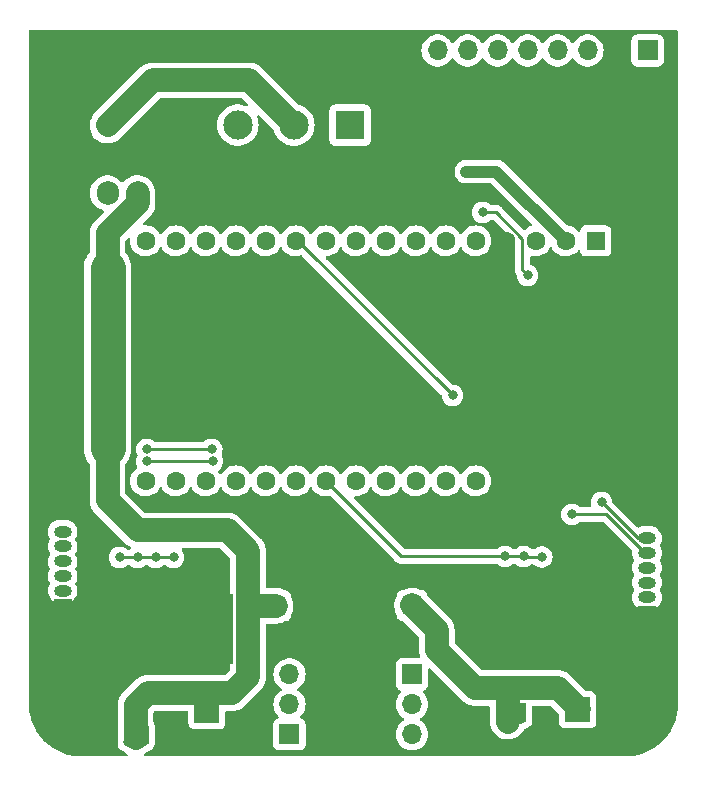
<source format=gbr>
%TF.GenerationSoftware,KiCad,Pcbnew,7.0.1*%
%TF.CreationDate,2023-04-23T15:33:47-04:00*%
%TF.ProjectId,board_v2,626f6172-645f-4763-922e-6b696361645f,rev?*%
%TF.SameCoordinates,Original*%
%TF.FileFunction,Copper,L2,Bot*%
%TF.FilePolarity,Positive*%
%FSLAX46Y46*%
G04 Gerber Fmt 4.6, Leading zero omitted, Abs format (unit mm)*
G04 Created by KiCad (PCBNEW 7.0.1) date 2023-04-23 15:33:47*
%MOMM*%
%LPD*%
G01*
G04 APERTURE LIST*
%TA.AperFunction,ComponentPad*%
%ADD10R,1.700000X1.700000*%
%TD*%
%TA.AperFunction,ComponentPad*%
%ADD11O,1.700000X1.700000*%
%TD*%
%TA.AperFunction,ComponentPad*%
%ADD12C,2.600000*%
%TD*%
%TA.AperFunction,ComponentPad*%
%ADD13R,1.600000X1.600000*%
%TD*%
%TA.AperFunction,ComponentPad*%
%ADD14C,1.600000*%
%TD*%
%TA.AperFunction,ComponentPad*%
%ADD15O,1.500000X1.000000*%
%TD*%
%TA.AperFunction,ComponentPad*%
%ADD16R,1.500000X1.000000*%
%TD*%
%TA.AperFunction,ComponentPad*%
%ADD17C,0.500000*%
%TD*%
%TA.AperFunction,SMDPad,CuDef*%
%ADD18R,10.000000X6.000000*%
%TD*%
%TA.AperFunction,ComponentPad*%
%ADD19R,2.475000X2.475000*%
%TD*%
%TA.AperFunction,ComponentPad*%
%ADD20C,2.475000*%
%TD*%
%TA.AperFunction,ComponentPad*%
%ADD21O,1.905000X2.000000*%
%TD*%
%TA.AperFunction,ComponentPad*%
%ADD22R,1.905000X2.000000*%
%TD*%
%TA.AperFunction,ViaPad*%
%ADD23C,0.800000*%
%TD*%
%TA.AperFunction,Conductor*%
%ADD24C,0.250000*%
%TD*%
%TA.AperFunction,Conductor*%
%ADD25C,1.000000*%
%TD*%
%TA.AperFunction,Conductor*%
%ADD26C,2.000000*%
%TD*%
%TA.AperFunction,Conductor*%
%ADD27C,0.500000*%
%TD*%
%TA.AperFunction,Conductor*%
%ADD28C,3.000000*%
%TD*%
G04 APERTURE END LIST*
D10*
%TO.P,J1,1,Pin_1*%
%TO.N,GND*%
X104140000Y-68580000D03*
D11*
%TO.P,J1,2,Pin_2*%
%TO.N,/Bat+ Raw*%
X106680000Y-68580000D03*
%TD*%
D12*
%TO.P,REF\u002A\u002A,1*%
%TO.N,GND*%
X152000000Y-119000000D03*
%TD*%
%TO.P,REF\u002A\u002A,1*%
%TO.N,GND*%
X130500000Y-73500000D03*
%TD*%
%TO.P,REF\u002A\u002A,1*%
%TO.N,GND*%
X103000000Y-119000000D03*
%TD*%
D13*
%TO.P,A1,1,~{RESET}*%
%TO.N,unconnected-(A1-~{RESET}-Pad1)*%
X148013508Y-78343477D03*
D14*
%TO.P,A1,2,3V3*%
%TO.N,+3V3*%
X145473508Y-78343477D03*
%TO.P,A1,3,AREF*%
%TO.N,unconnected-(A1-AREF-Pad3)*%
X142933508Y-78343477D03*
%TO.P,A1,4,GND*%
%TO.N,GND*%
X140393508Y-78343477D03*
%TO.P,A1,5,A0*%
%TO.N,unconnected-(A1-A0-Pad5)*%
X137853508Y-78343477D03*
%TO.P,A1,6,A1*%
%TO.N,/A1*%
X135313508Y-78343477D03*
%TO.P,A1,7,A2*%
%TO.N,/A2*%
X132773508Y-78343477D03*
%TO.P,A1,8,A3*%
%TO.N,/A3*%
X130233508Y-78343477D03*
%TO.P,A1,9,A4*%
%TO.N,/A4*%
X127693508Y-78343477D03*
%TO.P,A1,10,A5*%
%TO.N,/A5*%
X125153508Y-78343477D03*
%TO.P,A1,11,SCK*%
%TO.N,/D24*%
X122613508Y-78343477D03*
%TO.P,A1,12,MOSI*%
%TO.N,/SCL1*%
X120073508Y-78343477D03*
%TO.P,A1,13,MISO*%
%TO.N,/SDA1*%
X117533508Y-78343477D03*
%TO.P,A1,14,RX*%
%TO.N,unconnected-(A1-RX-Pad14)*%
X114993508Y-78343477D03*
%TO.P,A1,15,TX*%
%TO.N,unconnected-(A1-TX-Pad15)*%
X112453508Y-78343477D03*
%TO.P,A1,16,SPARE*%
%TO.N,/D2*%
X109913508Y-78343477D03*
%TO.P,A1,17,SDA*%
%TO.N,/SDA0*%
X109913508Y-98663477D03*
%TO.P,A1,18,SCL*%
%TO.N,/SCL0*%
X112453508Y-98663477D03*
%TO.P,A1,19,D0*%
%TO.N,/D5*%
X114993508Y-98663477D03*
%TO.P,A1,20,D1*%
%TO.N,/D6*%
X117533508Y-98663477D03*
%TO.P,A1,21,D2*%
%TO.N,/D7*%
X120073508Y-98663477D03*
%TO.P,A1,22,D3*%
%TO.N,/D8*%
X122613508Y-98663477D03*
%TO.P,A1,23,D4*%
%TO.N,/D11*%
X125153508Y-98663477D03*
%TO.P,A1,24,D5*%
%TO.N,/D12*%
X127693508Y-98663477D03*
%TO.P,A1,25,D6*%
%TO.N,/D13*%
X130233508Y-98663477D03*
%TO.P,A1,26,USB*%
%TO.N,unconnected-(A1-USB-Pad26)*%
X132773508Y-98663477D03*
%TO.P,A1,27,EN*%
%TO.N,unconnected-(A1-EN-Pad27)*%
X135313508Y-98663477D03*
%TO.P,A1,28,VBAT*%
%TO.N,unconnected-(A1-VBAT-Pad28)*%
X137853508Y-98663477D03*
%TD*%
%TO.P,C12,2*%
%TO.N,GND*%
X132459504Y-106720000D03*
D13*
%TO.P,C12,1*%
%TO.N,+BATT*%
X132459504Y-109220000D03*
%TD*%
D15*
%TO.P,J2,6,Pin_6*%
%TO.N,/A4*%
X102870000Y-102970000D03*
%TO.P,J2,5,Pin_5*%
%TO.N,/A3*%
X102870000Y-104220000D03*
%TO.P,J2,4,Pin_4*%
%TO.N,+3V3*%
X102870000Y-105470000D03*
%TO.P,J2,3,Pin_3*%
%TO.N,/SDA0*%
X102870000Y-106720000D03*
%TO.P,J2,2,Pin_2*%
%TO.N,/SCL0*%
X102870000Y-107970000D03*
D16*
%TO.P,J2,1,Pin_1*%
%TO.N,GND*%
X102870000Y-109220000D03*
%TD*%
D10*
%TO.P,U2,1,VCC*%
%TO.N,+3V3*%
X152400000Y-62230000D03*
D11*
%TO.P,U2,2,GND*%
%TO.N,GND*%
X149860000Y-62230000D03*
%TO.P,U2,3,SCL*%
%TO.N,/SCL1*%
X147320000Y-62230000D03*
%TO.P,U2,4,SDA*%
%TO.N,/SDA1*%
X144780000Y-62230000D03*
%TO.P,U2,5,XDA*%
%TO.N,unconnected-(U2-XDA-Pad5)*%
X142240000Y-62230000D03*
%TO.P,U2,6,XCL*%
%TO.N,unconnected-(U2-XCL-Pad6)*%
X139700000Y-62230000D03*
%TO.P,U2,7,ADD*%
%TO.N,unconnected-(U2-ADD-Pad7)*%
X137160000Y-62230000D03*
%TO.P,U2,8,INT*%
%TO.N,/D2*%
X134620000Y-62230000D03*
%TD*%
D14*
%TO.P,C6,2*%
%TO.N,GND*%
X120903131Y-106743475D03*
D13*
%TO.P,C6,1*%
%TO.N,+BATT*%
X120903131Y-109243475D03*
%TD*%
D11*
%TO.P,J4,3,Pin_3*%
%TO.N,/ml3*%
X132458022Y-120129395D03*
%TO.P,J4,2,Pin_2*%
%TO.N,/ml2*%
X132458022Y-117589395D03*
D10*
%TO.P,J4,1,Pin_1*%
%TO.N,/ml1*%
X132458022Y-115049395D03*
%TD*%
D15*
%TO.P,J3,6,Pin_6*%
%TO.N,/A1*%
X152352665Y-103523443D03*
%TO.P,J3,5,Pin_5*%
%TO.N,/A2*%
X152352665Y-104773443D03*
%TO.P,J3,4,Pin_4*%
%TO.N,+3V3*%
X152352665Y-106023443D03*
%TO.P,J3,3,Pin_3*%
%TO.N,/SDA1*%
X152352665Y-107273443D03*
%TO.P,J3,2,Pin_2*%
%TO.N,/SCL1*%
X152352665Y-108523443D03*
D16*
%TO.P,J3,1,Pin_1*%
%TO.N,GND*%
X152352665Y-109773443D03*
%TD*%
D17*
%TO.P,U5,29,TH_PAD*%
%TO.N,GND*%
X116018000Y-110002000D03*
X114768000Y-110002000D03*
X113518000Y-110002000D03*
X112268000Y-110002000D03*
X111018000Y-110002000D03*
X109768000Y-110002000D03*
X108518000Y-110002000D03*
X116018000Y-111252000D03*
X114768000Y-111252000D03*
X113518000Y-111252000D03*
D18*
X112268000Y-111252000D03*
D17*
X112268000Y-111252000D03*
X111018000Y-111252000D03*
X109768000Y-111252000D03*
X108518000Y-111252000D03*
X116018000Y-112502000D03*
X114768000Y-112502000D03*
X113518000Y-112502000D03*
X112268000Y-112502000D03*
X111018000Y-112502000D03*
X109768000Y-112502000D03*
X108518000Y-112502000D03*
%TD*%
D10*
%TO.P,J6,1,Pin_1*%
%TO.N,/mr1*%
X122082486Y-120126085D03*
D11*
%TO.P,J6,2,Pin_2*%
%TO.N,/mr2*%
X122082486Y-117586085D03*
%TO.P,J6,3,Pin_3*%
%TO.N,/mr3*%
X122082486Y-115046085D03*
%TD*%
D19*
%TO.P,SW1,1,A*%
%TO.N,/Bat+ Post Switch*%
X127215471Y-68548518D03*
D20*
%TO.P,SW1,2,B*%
%TO.N,/Bat+ Raw*%
X122465471Y-68548518D03*
%TO.P,SW1,3,C*%
%TO.N,unconnected-(SW1-C-Pad3)*%
X117715471Y-68548518D03*
%TD*%
D17*
%TO.P,U3,29,TH_PAD*%
%TO.N,GND*%
X147260000Y-109240000D03*
X146010000Y-109240000D03*
X144760000Y-109240000D03*
X143510000Y-109240000D03*
X142260000Y-109240000D03*
X141010000Y-109240000D03*
X139760000Y-109240000D03*
X147260000Y-110490000D03*
X146010000Y-110490000D03*
X144760000Y-110490000D03*
D18*
X143510000Y-110490000D03*
D17*
X143510000Y-110490000D03*
X142260000Y-110490000D03*
X141010000Y-110490000D03*
X139760000Y-110490000D03*
X147260000Y-111740000D03*
X146010000Y-111740000D03*
X144760000Y-111740000D03*
X143510000Y-111740000D03*
X142260000Y-111740000D03*
X141010000Y-111740000D03*
X139760000Y-111740000D03*
%TD*%
D21*
%TO.P,U1,3,Vin*%
%TO.N,+BATT*%
X109220000Y-74295000D03*
%TO.P,U1,2,Vout*%
%TO.N,+3V3*%
X106680000Y-74295000D03*
D22*
%TO.P,U1,1,GND*%
%TO.N,GND*%
X104140000Y-74295000D03*
%TD*%
D23*
%TO.N,/A4*%
X110000000Y-96000000D03*
X115500000Y-96000000D03*
%TO.N,/A1*%
X148512653Y-100487348D03*
%TO.N,GND*%
X106500000Y-110270000D03*
X105230000Y-110270000D03*
X105230000Y-109000000D03*
X106500000Y-109000000D03*
X149730000Y-113270000D03*
X149730000Y-112000000D03*
X151000000Y-113270000D03*
X151000000Y-112000000D03*
%TO.N,/A3*%
X110000000Y-97000000D03*
X115570000Y-97000000D03*
%TO.N,+3V3*%
X137070015Y-72479985D03*
%TO.N,GND*%
X120500000Y-83500000D03*
X112776000Y-89916000D03*
X135000000Y-84000000D03*
X149555200Y-115722400D03*
X107061000Y-119761000D03*
X137414000Y-118160800D03*
%TO.N,/A2*%
X146000000Y-101500000D03*
%TO.N,/D24*%
X135890000Y-91440000D03*
%TO.N,/SDA1*%
X142240000Y-81280000D03*
X138430000Y-75926914D03*
%TO.N,/D5*%
X110744000Y-105156000D03*
X107696000Y-105156000D03*
X112268000Y-105156000D03*
X109220000Y-105156000D03*
%TO.N,/D11*%
X140328646Y-105056895D03*
X141899054Y-105069054D03*
X143450452Y-105107530D03*
%TO.N,+BATT*%
X114454743Y-118726758D03*
X140345873Y-117911043D03*
X145846800Y-118668800D03*
X147116800Y-117398800D03*
X140343656Y-118819975D03*
X108458000Y-119761000D03*
X141615873Y-117911043D03*
X115724743Y-117456758D03*
X106680000Y-85852000D03*
X109728000Y-119761000D03*
X115724743Y-118726758D03*
X108453058Y-120744243D03*
X145846800Y-117398800D03*
X114454743Y-117456758D03*
X141647924Y-118842081D03*
X147116800Y-118668800D03*
X109723058Y-120744243D03*
%TD*%
D24*
%TO.N,/A1*%
X148536240Y-100487348D02*
X148512653Y-100487348D01*
X151572335Y-103523443D02*
X148536240Y-100487348D01*
X152352665Y-103523443D02*
X151572335Y-103523443D01*
%TO.N,/A2*%
X152185939Y-104773443D02*
X152352665Y-104773443D01*
X148912496Y-101500000D02*
X152185939Y-104773443D01*
X146000000Y-101500000D02*
X148912496Y-101500000D01*
%TO.N,/A4*%
X110000000Y-96000000D02*
X115500000Y-96000000D01*
%TO.N,/A3*%
X110000000Y-97000000D02*
X115570000Y-97000000D01*
%TO.N,/A1*%
X151783443Y-103523443D02*
X152352665Y-103523443D01*
%TO.N,/D24*%
X122793477Y-78343477D02*
X135890000Y-91440000D01*
X122613508Y-78343477D02*
X122793477Y-78343477D01*
D25*
%TO.N,+3V3*%
X137070015Y-72479985D02*
X139610016Y-72479985D01*
X139610016Y-72479985D02*
X145473508Y-78343477D01*
D26*
%TO.N,+BATT*%
X118590986Y-109243475D02*
X118567511Y-109220000D01*
X120903131Y-109243475D02*
X118590986Y-109243475D01*
D27*
%TO.N,+3V3*%
X137070016Y-72479985D02*
X137070015Y-72479985D01*
D26*
%TO.N,+BATT*%
X118567511Y-109220000D02*
X118567511Y-115301602D01*
X118567511Y-107563973D02*
X118567511Y-109220000D01*
X134555113Y-111315609D02*
X132459504Y-109220000D01*
X134555113Y-112965113D02*
X134555113Y-111315609D01*
X118567511Y-115301602D02*
X117239977Y-116629136D01*
X118567511Y-104597511D02*
X118567511Y-107563973D01*
D24*
%TO.N,/SDA1*%
X139567245Y-75926914D02*
X141808997Y-78168666D01*
X141808997Y-78168666D02*
X141808997Y-80848997D01*
X138430000Y-75926914D02*
X139567245Y-75926914D01*
X141808997Y-80848997D02*
X142240000Y-81280000D01*
%TO.N,/D5*%
X107696000Y-105156000D02*
X109220000Y-105156000D01*
X109220000Y-105156000D02*
X110744000Y-105156000D01*
X110744000Y-105156000D02*
X112268000Y-105156000D01*
%TO.N,/D11*%
X131546926Y-105056895D02*
X125153508Y-98663477D01*
X141886895Y-105056895D02*
X141899054Y-105069054D01*
X141937530Y-105107530D02*
X141899054Y-105069054D01*
X143450452Y-105107530D02*
X141937530Y-105107530D01*
X140328646Y-105056895D02*
X141886895Y-105056895D01*
X140328646Y-105056895D02*
X131546926Y-105056895D01*
D26*
%TO.N,+BATT*%
X109058380Y-120447089D02*
X109055010Y-120450459D01*
X137795000Y-116205000D02*
X134555113Y-112965113D01*
X117239977Y-116629136D02*
X110065864Y-116629136D01*
X109058380Y-117636620D02*
X109058380Y-120447089D01*
X140589000Y-116205000D02*
X137795000Y-116205000D01*
X109220000Y-102870000D02*
X116840000Y-102870000D01*
D28*
X106680000Y-80645000D02*
X106680000Y-85852000D01*
D26*
X144805400Y-116205000D02*
X146558000Y-117957600D01*
X140589000Y-116205000D02*
X140589000Y-119049800D01*
X110065864Y-116629136D02*
X109058380Y-117636620D01*
X109220000Y-75184000D02*
X109220000Y-74295000D01*
X106680000Y-95885000D02*
X106680000Y-100330000D01*
X140589000Y-116205000D02*
X144805400Y-116205000D01*
D28*
X106680000Y-85852000D02*
X106680000Y-95885000D01*
D26*
X116840000Y-102870000D02*
X118567511Y-104597511D01*
X106680000Y-100330000D02*
X109220000Y-102870000D01*
X106680000Y-80645000D02*
X106680000Y-77724000D01*
X106680000Y-77724000D02*
X109220000Y-75184000D01*
%TO.N,/Bat+ Raw*%
X110490000Y-64770000D02*
X118686953Y-64770000D01*
X106680000Y-68580000D02*
X110490000Y-64770000D01*
X118686953Y-64770000D02*
X122465471Y-68548518D01*
%TD*%
%TA.AperFunction,Conductor*%
%TO.N,+BATT*%
G36*
X147512705Y-116976553D02*
G01*
X147530640Y-116994488D01*
X147537205Y-117018988D01*
X147537204Y-119065106D01*
X147522852Y-119099754D01*
X147488204Y-119114106D01*
X145475073Y-119114106D01*
X145450573Y-119107541D01*
X145432638Y-119089606D01*
X145426073Y-119065106D01*
X145426074Y-117018988D01*
X145440426Y-116984340D01*
X145475074Y-116969988D01*
X147488205Y-116969988D01*
X147512705Y-116976553D01*
G37*
%TD.AperFunction*%
%TD*%
%TA.AperFunction,Conductor*%
%TO.N,+BATT*%
G36*
X116123933Y-117043490D02*
G01*
X116141868Y-117061425D01*
X116148433Y-117085925D01*
X116148432Y-119132043D01*
X116134080Y-119166691D01*
X116099432Y-119181043D01*
X114086301Y-119181043D01*
X114061801Y-119174478D01*
X114043866Y-119156543D01*
X114037301Y-119132043D01*
X114037302Y-117085925D01*
X114051654Y-117051277D01*
X114086302Y-117036925D01*
X116099433Y-117036925D01*
X116123933Y-117043490D01*
G37*
%TD.AperFunction*%
%TD*%
%TA.AperFunction,Conductor*%
%TO.N,+BATT*%
G36*
X142068386Y-117504175D02*
G01*
X142082770Y-117538765D01*
X142085568Y-119058266D01*
X142079033Y-119082804D01*
X142061094Y-119100776D01*
X142036568Y-119107356D01*
X139932725Y-119107356D01*
X139898109Y-119093036D01*
X139883725Y-119058446D01*
X139880927Y-117538945D01*
X139887462Y-117514407D01*
X139905401Y-117496435D01*
X139929927Y-117489855D01*
X142033770Y-117489855D01*
X142068386Y-117504175D01*
G37*
%TD.AperFunction*%
%TD*%
%TA.AperFunction,Conductor*%
%TO.N,+BATT*%
G36*
X110123905Y-119338753D02*
G01*
X110141840Y-119356688D01*
X110148405Y-119381188D01*
X110148404Y-120927306D01*
X110134052Y-120961954D01*
X110099404Y-120976306D01*
X108086273Y-120976306D01*
X108061773Y-120969741D01*
X108043838Y-120951806D01*
X108037273Y-120927306D01*
X108037274Y-119381188D01*
X108051626Y-119346540D01*
X108086274Y-119332188D01*
X110099405Y-119332188D01*
X110123905Y-119338753D01*
G37*
%TD.AperFunction*%
%TD*%
%TA.AperFunction,Conductor*%
%TO.N,GND*%
G36*
X154936500Y-60517381D02*
G01*
X154982619Y-60563500D01*
X154999500Y-60626500D01*
X154999500Y-117497252D01*
X154999380Y-117502748D01*
X154991023Y-117694141D01*
X154991009Y-117694464D01*
X154981840Y-117892779D01*
X154980896Y-117903406D01*
X154954884Y-118100987D01*
X154954754Y-118101949D01*
X154928031Y-118293520D01*
X154926252Y-118303384D01*
X154882912Y-118498877D01*
X154882552Y-118500453D01*
X154838490Y-118687792D01*
X154836005Y-118696833D01*
X154775683Y-118888149D01*
X154774983Y-118890301D01*
X154713952Y-119072395D01*
X154710893Y-119080572D01*
X154634043Y-119266105D01*
X154632898Y-119268781D01*
X154555417Y-119444258D01*
X154551916Y-119451545D01*
X154459138Y-119629769D01*
X154457451Y-119632900D01*
X154364177Y-119800358D01*
X154360369Y-119806745D01*
X154252364Y-119976281D01*
X154250046Y-119979789D01*
X154141763Y-120137863D01*
X154137775Y-120143360D01*
X154015396Y-120302847D01*
X154012370Y-120306638D01*
X153889976Y-120454031D01*
X153885937Y-120458660D01*
X153750108Y-120606891D01*
X153746306Y-120610862D01*
X153610862Y-120746306D01*
X153606891Y-120750108D01*
X153458660Y-120885937D01*
X153454031Y-120889976D01*
X153306638Y-121012370D01*
X153302847Y-121015396D01*
X153143360Y-121137775D01*
X153137863Y-121141763D01*
X152979789Y-121250046D01*
X152976281Y-121252364D01*
X152806745Y-121360369D01*
X152800358Y-121364177D01*
X152632900Y-121457451D01*
X152629769Y-121459138D01*
X152451545Y-121551916D01*
X152444258Y-121555417D01*
X152268781Y-121632898D01*
X152266105Y-121634043D01*
X152080572Y-121710893D01*
X152072395Y-121713952D01*
X151890301Y-121774983D01*
X151888149Y-121775683D01*
X151696833Y-121836005D01*
X151687792Y-121838490D01*
X151500453Y-121882552D01*
X151498877Y-121882912D01*
X151303384Y-121926252D01*
X151293520Y-121928031D01*
X151101949Y-121954754D01*
X151100987Y-121954884D01*
X150903406Y-121980896D01*
X150892779Y-121981840D01*
X150694464Y-121991009D01*
X150694141Y-121991023D01*
X150502748Y-121999380D01*
X150497252Y-121999500D01*
X109865040Y-121999500D01*
X109800290Y-121981590D01*
X109753948Y-121932952D01*
X109739187Y-121867413D01*
X109760204Y-121803604D01*
X109811025Y-121759665D01*
X109811026Y-121759664D01*
X109815084Y-121757739D01*
X109815087Y-121757736D01*
X109818158Y-121756279D01*
X109826780Y-121751184D01*
X109837953Y-121745605D01*
X109958115Y-121659038D01*
X109959997Y-121657711D01*
X110015528Y-121619382D01*
X110016202Y-121618733D01*
X110029833Y-121607372D01*
X110035570Y-121603240D01*
X110035573Y-121603236D01*
X110038331Y-121601250D01*
X110060729Y-121588378D01*
X110179810Y-121535361D01*
X110284777Y-121459096D01*
X110310612Y-121444629D01*
X110330564Y-121436365D01*
X110446652Y-121369340D01*
X110541438Y-121274554D01*
X110608463Y-121158466D01*
X110622815Y-121123818D01*
X110652037Y-121027487D01*
X110658028Y-120966663D01*
X110661904Y-120927309D01*
X110661904Y-120222091D01*
X110661905Y-119381188D01*
X110644407Y-119248280D01*
X110637842Y-119223780D01*
X110586543Y-119099936D01*
X110586542Y-119099935D01*
X110580195Y-119084611D01*
X110580269Y-119084580D01*
X110573567Y-119072041D01*
X110566880Y-119031540D01*
X110566880Y-118313651D01*
X110576471Y-118265433D01*
X110603785Y-118224556D01*
X110653800Y-118174541D01*
X110694677Y-118147227D01*
X110742895Y-118137636D01*
X113397801Y-118137636D01*
X113460801Y-118154517D01*
X113506920Y-118200636D01*
X113523801Y-118263636D01*
X113523801Y-119132043D01*
X113541299Y-119264954D01*
X113547863Y-119289450D01*
X113599162Y-119413294D01*
X113680767Y-119519643D01*
X113698700Y-119537576D01*
X113754092Y-119580080D01*
X113805049Y-119619181D01*
X113928893Y-119670480D01*
X113953393Y-119677045D01*
X114086301Y-119694543D01*
X116099432Y-119694543D01*
X116099435Y-119694543D01*
X116178261Y-119686779D01*
X116199613Y-119684676D01*
X116295944Y-119655454D01*
X116330592Y-119641102D01*
X116446680Y-119574077D01*
X116541466Y-119479291D01*
X116608491Y-119363203D01*
X116622843Y-119328555D01*
X116652065Y-119232224D01*
X116656184Y-119190408D01*
X116661932Y-119132046D01*
X116661932Y-118263636D01*
X116678813Y-118200636D01*
X116724932Y-118154517D01*
X116787932Y-118137636D01*
X117223520Y-118137636D01*
X117226058Y-118137662D01*
X117331351Y-118139783D01*
X117331351Y-118139782D01*
X117331354Y-118139783D01*
X117403014Y-118129612D01*
X117410579Y-118128772D01*
X117482738Y-118122947D01*
X117482740Y-118122946D01*
X117482745Y-118122946D01*
X117521050Y-118113504D01*
X117533447Y-118111102D01*
X117572495Y-118105562D01*
X117641596Y-118084028D01*
X117648912Y-118081988D01*
X117719225Y-118064659D01*
X117755507Y-118049199D01*
X117767388Y-118044830D01*
X117805025Y-118033103D01*
X117869780Y-118000762D01*
X117876675Y-117997574D01*
X117943293Y-117969192D01*
X117976615Y-117948118D01*
X117987637Y-117941901D01*
X118022920Y-117924282D01*
X118081669Y-117881956D01*
X118087953Y-117877713D01*
X118149145Y-117839019D01*
X118178662Y-117812868D01*
X118188556Y-117804955D01*
X118220537Y-117781917D01*
X118271733Y-117730719D01*
X118277242Y-117725534D01*
X118331451Y-117677511D01*
X118356400Y-117646952D01*
X118364887Y-117637565D01*
X118416367Y-117586085D01*
X120719330Y-117586085D01*
X120737922Y-117810453D01*
X120737922Y-117810456D01*
X120737923Y-117810457D01*
X120793188Y-118028696D01*
X120793189Y-118028699D01*
X120793190Y-118028701D01*
X120801092Y-118046716D01*
X120883625Y-118234875D01*
X121006764Y-118423353D01*
X121149961Y-118578905D01*
X121179198Y-118632509D01*
X121179801Y-118693565D01*
X121151627Y-118747735D01*
X121101294Y-118782298D01*
X121075458Y-118791934D01*
X120986279Y-118825196D01*
X120869224Y-118912823D01*
X120781597Y-119029879D01*
X120743492Y-119132043D01*
X120730497Y-119166884D01*
X120723986Y-119227447D01*
X120723986Y-121024723D01*
X120730435Y-121084713D01*
X120730497Y-121085285D01*
X120781597Y-121222290D01*
X120869224Y-121339346D01*
X120986280Y-121426973D01*
X120986281Y-121426973D01*
X120986282Y-121426974D01*
X121123285Y-121478074D01*
X121183848Y-121484585D01*
X122981124Y-121484585D01*
X123041687Y-121478074D01*
X123178690Y-121426974D01*
X123295747Y-121339346D01*
X123383375Y-121222289D01*
X123434475Y-121085286D01*
X123440986Y-121024723D01*
X123440986Y-119227447D01*
X123434475Y-119166884D01*
X123383375Y-119029881D01*
X123383374Y-119029879D01*
X123295747Y-118912823D01*
X123178691Y-118825196D01*
X123117156Y-118802244D01*
X123063677Y-118782298D01*
X123013344Y-118747735D01*
X122985170Y-118693565D01*
X122985773Y-118632509D01*
X123015008Y-118578907D01*
X123158208Y-118423353D01*
X123281346Y-118234876D01*
X123371782Y-118028701D01*
X123427050Y-117810453D01*
X123445642Y-117586085D01*
X123427050Y-117361717D01*
X123371782Y-117143469D01*
X123281346Y-116937294D01*
X123158208Y-116748817D01*
X123005726Y-116583179D01*
X123005725Y-116583178D01*
X123005723Y-116583176D01*
X122828065Y-116444898D01*
X122828063Y-116444897D01*
X122828062Y-116444896D01*
X122794803Y-116426897D01*
X122746533Y-116380583D01*
X122728774Y-116316085D01*
X122746533Y-116251587D01*
X122794803Y-116205272D01*
X122828062Y-116187274D01*
X123005726Y-116048991D01*
X123158208Y-115883353D01*
X123281346Y-115694876D01*
X123371782Y-115488701D01*
X123427050Y-115270453D01*
X123445642Y-115046085D01*
X123427050Y-114821717D01*
X123371782Y-114603469D01*
X123281346Y-114397294D01*
X123158208Y-114208817D01*
X123005726Y-114043179D01*
X123005725Y-114043178D01*
X123005723Y-114043176D01*
X122828064Y-113904897D01*
X122630059Y-113797742D01*
X122485913Y-113748257D01*
X122417121Y-113724641D01*
X122195055Y-113687585D01*
X121969917Y-113687585D01*
X121747851Y-113724641D01*
X121747848Y-113724641D01*
X121747848Y-113724642D01*
X121534912Y-113797742D01*
X121336907Y-113904897D01*
X121159248Y-114043176D01*
X121006764Y-114208816D01*
X120883625Y-114397294D01*
X120793188Y-114603473D01*
X120753521Y-114760118D01*
X120737922Y-114821717D01*
X120719330Y-115046085D01*
X120737922Y-115270453D01*
X120737922Y-115270456D01*
X120737923Y-115270457D01*
X120793188Y-115488696D01*
X120883625Y-115694875D01*
X120920847Y-115751847D01*
X121006764Y-115883353D01*
X121122059Y-116008596D01*
X121159248Y-116048993D01*
X121336904Y-116187270D01*
X121336906Y-116187271D01*
X121336910Y-116187274D01*
X121370168Y-116205272D01*
X121418438Y-116251588D01*
X121436197Y-116316085D01*
X121418438Y-116380582D01*
X121370168Y-116426897D01*
X121345280Y-116440366D01*
X121336904Y-116444899D01*
X121159248Y-116583176D01*
X121006764Y-116748816D01*
X120883625Y-116937294D01*
X120793188Y-117143473D01*
X120740978Y-117349649D01*
X120737922Y-117361717D01*
X120719330Y-117586085D01*
X118416367Y-117586085D01*
X119622551Y-116379901D01*
X119624262Y-116378223D01*
X119700313Y-116305177D01*
X119743806Y-116247296D01*
X119748553Y-116241363D01*
X119795458Y-116186221D01*
X119815847Y-116152492D01*
X119822949Y-116141977D01*
X119846628Y-116110467D01*
X119846627Y-116110467D01*
X119880273Y-116046360D01*
X119883984Y-116039779D01*
X119921459Y-115977790D01*
X119936186Y-115941195D01*
X119941494Y-115929712D01*
X119959815Y-115894807D01*
X119982736Y-115826144D01*
X119985364Y-115819002D01*
X120012392Y-115751847D01*
X120012393Y-115751845D01*
X120021052Y-115713393D01*
X120024460Y-115701170D01*
X120036941Y-115663787D01*
X120036941Y-115663786D01*
X120036942Y-115663784D01*
X120048552Y-115592334D01*
X120050000Y-115584864D01*
X120050924Y-115580760D01*
X120065907Y-115514239D01*
X120068286Y-115474882D01*
X120069686Y-115462291D01*
X120076011Y-115423381D01*
X120076011Y-115351010D01*
X120076241Y-115343402D01*
X120078047Y-115313542D01*
X120080613Y-115271126D01*
X120076649Y-115231893D01*
X120076011Y-115219228D01*
X120076011Y-110877975D01*
X120092892Y-110814975D01*
X120139011Y-110768856D01*
X120202011Y-110751975D01*
X120963933Y-110751975D01*
X121046642Y-110745297D01*
X121145899Y-110737285D01*
X121382379Y-110678998D01*
X121606447Y-110583531D01*
X121625503Y-110571480D01*
X121692845Y-110551975D01*
X121751769Y-110551975D01*
X121812332Y-110545464D01*
X121949335Y-110494364D01*
X122066392Y-110406736D01*
X122154020Y-110289679D01*
X122205120Y-110152676D01*
X122211631Y-110092113D01*
X122211631Y-110027848D01*
X122228511Y-109964849D01*
X122270420Y-109892262D01*
X122356787Y-109664532D01*
X122405505Y-109425896D01*
X122410120Y-109311374D01*
X130948856Y-109311374D01*
X130983077Y-109552516D01*
X131055537Y-109785049D01*
X131137728Y-109949622D01*
X131151004Y-110005918D01*
X131151004Y-110068638D01*
X131157515Y-110129201D01*
X131166271Y-110152676D01*
X131208615Y-110266205D01*
X131296242Y-110383261D01*
X131413298Y-110470888D01*
X131413299Y-110470888D01*
X131413300Y-110470889D01*
X131550303Y-110521989D01*
X131593336Y-110526615D01*
X131634246Y-110538232D01*
X131668961Y-110562798D01*
X133009708Y-111903545D01*
X133037022Y-111944422D01*
X133046613Y-111992640D01*
X133046613Y-112948656D01*
X133046587Y-112951194D01*
X133044465Y-113056489D01*
X133054636Y-113128161D01*
X133055477Y-113135724D01*
X133061302Y-113207882D01*
X133070737Y-113246164D01*
X133073148Y-113258607D01*
X133078686Y-113297630D01*
X133090454Y-113335393D01*
X133100221Y-113366739D01*
X133102260Y-113374053D01*
X133119589Y-113444357D01*
X133119590Y-113444361D01*
X133133476Y-113476954D01*
X133135042Y-113480628D01*
X133139418Y-113492527D01*
X133150288Y-113527407D01*
X133154259Y-113585730D01*
X133131482Y-113639569D01*
X133086858Y-113677334D01*
X133029994Y-113690895D01*
X131559384Y-113690895D01*
X131498821Y-113697406D01*
X131361816Y-113748506D01*
X131244760Y-113836133D01*
X131157133Y-113953189D01*
X131123570Y-114043176D01*
X131106033Y-114090194D01*
X131099522Y-114150757D01*
X131099522Y-115948033D01*
X131106033Y-116008596D01*
X131131583Y-116077097D01*
X131157133Y-116145600D01*
X131244760Y-116262656D01*
X131361816Y-116350283D01*
X131361817Y-116350283D01*
X131361818Y-116350284D01*
X131476831Y-116393182D01*
X131527162Y-116427743D01*
X131555337Y-116481914D01*
X131554734Y-116542969D01*
X131525497Y-116596573D01*
X131382303Y-116752123D01*
X131259161Y-116940604D01*
X131168724Y-117146783D01*
X131136398Y-117274438D01*
X131113458Y-117365027D01*
X131094866Y-117589395D01*
X131113458Y-117813763D01*
X131113458Y-117813766D01*
X131113459Y-117813767D01*
X131168724Y-118032006D01*
X131259161Y-118238185D01*
X131370505Y-118408609D01*
X131382300Y-118426663D01*
X131447698Y-118497704D01*
X131534784Y-118592303D01*
X131627614Y-118664556D01*
X131712446Y-118730584D01*
X131745704Y-118748582D01*
X131793973Y-118794895D01*
X131811733Y-118859392D01*
X131793975Y-118923889D01*
X131745705Y-118970206D01*
X131712445Y-118988205D01*
X131534784Y-119126486D01*
X131382300Y-119292126D01*
X131259161Y-119480604D01*
X131168724Y-119686783D01*
X131138346Y-119806745D01*
X131113458Y-119905027D01*
X131094866Y-120129395D01*
X131113458Y-120353763D01*
X131113458Y-120353766D01*
X131113459Y-120353767D01*
X131168724Y-120572006D01*
X131168725Y-120572009D01*
X131168726Y-120572011D01*
X131191878Y-120624793D01*
X131259161Y-120778185D01*
X131259162Y-120778186D01*
X131382300Y-120966663D01*
X131481009Y-121073889D01*
X131534784Y-121132303D01*
X131686059Y-121250046D01*
X131712446Y-121270584D01*
X131910448Y-121377737D01*
X132123387Y-121450839D01*
X132345453Y-121487895D01*
X132570588Y-121487895D01*
X132570591Y-121487895D01*
X132792657Y-121450839D01*
X133005596Y-121377737D01*
X133203598Y-121270584D01*
X133381262Y-121132301D01*
X133533744Y-120966663D01*
X133656882Y-120778186D01*
X133747318Y-120572011D01*
X133802586Y-120353763D01*
X133821178Y-120129395D01*
X133802586Y-119905027D01*
X133747318Y-119686779D01*
X133656882Y-119480604D01*
X133533744Y-119292127D01*
X133381262Y-119126489D01*
X133381261Y-119126488D01*
X133381259Y-119126486D01*
X133203600Y-118988207D01*
X133170339Y-118970207D01*
X133122068Y-118923890D01*
X133104310Y-118859392D01*
X133122071Y-118794894D01*
X133170339Y-118748582D01*
X133203598Y-118730584D01*
X133381262Y-118592301D01*
X133533744Y-118426663D01*
X133656882Y-118238186D01*
X133747318Y-118032011D01*
X133802586Y-117813763D01*
X133821178Y-117589395D01*
X133802586Y-117365027D01*
X133747318Y-117146779D01*
X133656882Y-116940604D01*
X133533744Y-116752127D01*
X133390545Y-116596573D01*
X133361309Y-116542970D01*
X133360706Y-116481914D01*
X133388881Y-116427743D01*
X133439210Y-116393182D01*
X133554226Y-116350284D01*
X133671283Y-116262656D01*
X133758911Y-116145599D01*
X133810011Y-116008596D01*
X133816522Y-115948033D01*
X133816522Y-114664053D01*
X133830255Y-114606850D01*
X133868461Y-114562117D01*
X133922811Y-114539604D01*
X133981458Y-114544220D01*
X134031617Y-114574958D01*
X136716673Y-117260014D01*
X136718402Y-117261777D01*
X136791425Y-117337802D01*
X136791426Y-117337803D01*
X136849292Y-117381286D01*
X136855236Y-117386040D01*
X136910380Y-117432946D01*
X136944121Y-117453342D01*
X136954618Y-117460433D01*
X136975250Y-117475937D01*
X136986135Y-117484117D01*
X137050226Y-117517754D01*
X137056848Y-117521488D01*
X137118810Y-117558946D01*
X137118811Y-117558947D01*
X137155381Y-117573665D01*
X137166891Y-117578985D01*
X137201795Y-117597304D01*
X137270464Y-117620228D01*
X137277600Y-117622853D01*
X137344757Y-117649882D01*
X137383232Y-117658547D01*
X137395407Y-117661941D01*
X137432818Y-117674431D01*
X137504293Y-117686045D01*
X137511721Y-117687484D01*
X137582362Y-117703395D01*
X137621712Y-117705774D01*
X137634303Y-117707174D01*
X137673221Y-117713500D01*
X137745596Y-117713500D01*
X137753203Y-117713729D01*
X137825475Y-117718102D01*
X137864707Y-117714138D01*
X137877373Y-117713500D01*
X138954500Y-117713500D01*
X139017500Y-117730381D01*
X139063619Y-117776500D01*
X139080500Y-117839500D01*
X139080500Y-119110602D01*
X139095189Y-119292562D01*
X139095189Y-119292565D01*
X139095190Y-119292568D01*
X139139081Y-119470640D01*
X139153478Y-119529051D01*
X139248944Y-119753116D01*
X139379117Y-119958969D01*
X139462757Y-120053379D01*
X139540625Y-120141274D01*
X139729286Y-120295310D01*
X139940213Y-120417089D01*
X140167943Y-120503456D01*
X140406579Y-120552174D01*
X140649939Y-120561981D01*
X140891720Y-120532623D01*
X141125662Y-120464861D01*
X141345704Y-120360450D01*
X141546148Y-120222093D01*
X141721802Y-120053375D01*
X141868117Y-119858665D01*
X141923513Y-119753116D01*
X141930062Y-119740638D01*
X141955451Y-119707272D01*
X141990382Y-119684085D01*
X142104676Y-119633199D01*
X142114643Y-119625956D01*
X142162064Y-119607034D01*
X142161642Y-119605460D01*
X142194147Y-119596739D01*
X142194147Y-119596738D01*
X142194154Y-119596737D01*
X142318118Y-119545322D01*
X142424527Y-119463542D01*
X142442466Y-119445570D01*
X142524050Y-119339012D01*
X142575237Y-119214954D01*
X142581772Y-119190416D01*
X142599067Y-119057320D01*
X142596824Y-117839730D01*
X142613628Y-117776634D01*
X142659757Y-117730420D01*
X142722824Y-117713500D01*
X144128369Y-117713500D01*
X144176587Y-117723091D01*
X144217464Y-117750405D01*
X144875668Y-118408609D01*
X144902982Y-118449486D01*
X144912573Y-118497704D01*
X144912573Y-119065106D01*
X144930071Y-119198017D01*
X144936635Y-119222513D01*
X144987934Y-119346357D01*
X145069539Y-119452706D01*
X145087472Y-119470639D01*
X145174707Y-119537577D01*
X145193821Y-119552244D01*
X145317665Y-119603543D01*
X145342165Y-119610108D01*
X145475073Y-119627606D01*
X147488204Y-119627606D01*
X147488207Y-119627606D01*
X147573744Y-119619181D01*
X147588385Y-119617739D01*
X147684716Y-119588517D01*
X147719364Y-119574165D01*
X147835452Y-119507140D01*
X147930238Y-119412354D01*
X147997263Y-119296266D01*
X148011615Y-119261618D01*
X148040837Y-119165287D01*
X148049181Y-119080572D01*
X148050704Y-119065109D01*
X148050704Y-118192326D01*
X148052768Y-118169613D01*
X148056870Y-118147227D01*
X148063742Y-118109731D01*
X148068647Y-117866223D01*
X148051953Y-117748597D01*
X148050704Y-117730894D01*
X148050704Y-117381286D01*
X148050705Y-117018988D01*
X148033207Y-116886080D01*
X148026642Y-116861580D01*
X147975343Y-116737736D01*
X147895009Y-116633044D01*
X147893738Y-116631387D01*
X147875805Y-116613454D01*
X147769456Y-116531849D01*
X147645612Y-116480550D01*
X147621116Y-116473986D01*
X147488205Y-116456488D01*
X147242420Y-116456488D01*
X147194202Y-116446897D01*
X147153325Y-116419583D01*
X145883726Y-115149984D01*
X145881950Y-115148173D01*
X145808976Y-115072199D01*
X145808975Y-115072198D01*
X145751097Y-115028706D01*
X145745167Y-115023962D01*
X145690021Y-114977055D01*
X145690020Y-114977054D01*
X145656273Y-114956653D01*
X145645786Y-114949569D01*
X145614265Y-114925883D01*
X145614263Y-114925882D01*
X145614262Y-114925881D01*
X145550172Y-114892244D01*
X145543557Y-114888512D01*
X145506934Y-114866374D01*
X145481588Y-114851051D01*
X145445001Y-114836326D01*
X145433496Y-114831008D01*
X145398605Y-114812696D01*
X145398604Y-114812695D01*
X145398601Y-114812694D01*
X145329948Y-114789774D01*
X145322807Y-114787148D01*
X145255639Y-114760116D01*
X145217185Y-114751455D01*
X145204974Y-114748051D01*
X145167581Y-114735568D01*
X145096131Y-114723957D01*
X145088664Y-114722511D01*
X145067239Y-114717686D01*
X145018036Y-114706604D01*
X144978684Y-114704224D01*
X144966084Y-114702822D01*
X144941583Y-114698840D01*
X144927180Y-114696500D01*
X144927179Y-114696500D01*
X144854803Y-114696500D01*
X144847195Y-114696270D01*
X144774925Y-114691898D01*
X144774924Y-114691898D01*
X144765809Y-114692819D01*
X144735691Y-114695862D01*
X144723026Y-114696500D01*
X140710779Y-114696500D01*
X140621947Y-114696500D01*
X140616874Y-114696398D01*
X140603573Y-114695862D01*
X140528060Y-114692819D01*
X140528058Y-114692819D01*
X140508808Y-114695156D01*
X140505313Y-114695581D01*
X140490127Y-114696500D01*
X138472031Y-114696500D01*
X138423813Y-114686909D01*
X138382936Y-114659595D01*
X137438647Y-113715306D01*
X149309273Y-113715306D01*
X151420404Y-113715306D01*
X151420405Y-111571188D01*
X149309274Y-111571188D01*
X149309273Y-113715306D01*
X137438647Y-113715306D01*
X136100518Y-112377176D01*
X136073204Y-112336299D01*
X136063613Y-112288081D01*
X136063613Y-111332066D01*
X136063639Y-111329528D01*
X136065760Y-111224234D01*
X136055590Y-111152573D01*
X136054749Y-111145007D01*
X136048923Y-111072842D01*
X136039488Y-111034563D01*
X136037076Y-111022110D01*
X136031539Y-110983091D01*
X136010006Y-110913991D01*
X136007968Y-110906682D01*
X135990636Y-110836361D01*
X135975179Y-110800083D01*
X135970805Y-110788189D01*
X135959080Y-110750561D01*
X135926728Y-110685782D01*
X135923555Y-110678917D01*
X135895169Y-110612293D01*
X135876981Y-110583532D01*
X135874102Y-110578979D01*
X135867870Y-110567930D01*
X135856650Y-110545463D01*
X135850259Y-110532666D01*
X135807940Y-110473923D01*
X135803683Y-110467619D01*
X135764998Y-110406442D01*
X135738860Y-110376940D01*
X135730937Y-110367034D01*
X135707895Y-110335049D01*
X135656702Y-110283856D01*
X135651502Y-110278332D01*
X135603486Y-110224133D01*
X135572947Y-110199199D01*
X135563540Y-110190694D01*
X133802302Y-108429456D01*
X133777736Y-108394741D01*
X133766119Y-108353830D01*
X133761493Y-108310799D01*
X133710393Y-108173796D01*
X133710392Y-108173794D01*
X133622765Y-108056738D01*
X133505709Y-107969111D01*
X133431643Y-107941486D01*
X133368705Y-107918011D01*
X133308142Y-107911500D01*
X133245998Y-107911500D01*
X133180813Y-107893328D01*
X133154559Y-107877457D01*
X133135692Y-107866051D01*
X132957702Y-107794418D01*
X132909747Y-107775118D01*
X132909745Y-107775117D01*
X132909744Y-107775117D01*
X132672141Y-107721604D01*
X132429030Y-107706898D01*
X132429029Y-107706898D01*
X132186705Y-107731381D01*
X132186705Y-107731382D01*
X131951447Y-107794418D01*
X131720070Y-107898553D01*
X131719725Y-107897787D01*
X131701831Y-107906167D01*
X131665563Y-107911500D01*
X131610866Y-107911500D01*
X131550303Y-107918011D01*
X131413298Y-107969111D01*
X131296242Y-108056738D01*
X131208615Y-108173794D01*
X131157515Y-108310799D01*
X131151004Y-108371362D01*
X131151004Y-108436522D01*
X131135370Y-108497311D01*
X131079428Y-108598876D01*
X130997663Y-108828303D01*
X130953761Y-109067871D01*
X130948856Y-109311374D01*
X122410120Y-109311374D01*
X122415312Y-109182536D01*
X122385954Y-108940755D01*
X122318192Y-108706813D01*
X122223795Y-108507876D01*
X122211631Y-108453863D01*
X122211631Y-108394837D01*
X122209107Y-108371362D01*
X122205120Y-108334274D01*
X122154020Y-108197271D01*
X122136447Y-108173796D01*
X122066392Y-108080213D01*
X121949336Y-107992586D01*
X121863146Y-107960439D01*
X121812332Y-107941486D01*
X121751769Y-107934975D01*
X121687066Y-107934975D01*
X121628511Y-107920542D01*
X121496337Y-107851171D01*
X121265313Y-107774043D01*
X121024912Y-107734975D01*
X121024910Y-107734975D01*
X120202011Y-107734975D01*
X120139011Y-107718094D01*
X120092892Y-107671975D01*
X120076011Y-107608975D01*
X120076011Y-104613939D01*
X120076037Y-104611402D01*
X120078157Y-104506134D01*
X120067987Y-104434468D01*
X120067148Y-104426932D01*
X120061321Y-104354743D01*
X120051879Y-104316437D01*
X120049477Y-104304039D01*
X120043937Y-104264992D01*
X120022395Y-104195863D01*
X120020364Y-104188578D01*
X120003034Y-104118263D01*
X119987576Y-104081983D01*
X119983202Y-104070087D01*
X119971479Y-104032464D01*
X119966402Y-104022298D01*
X119939123Y-103967677D01*
X119935944Y-103960799D01*
X119907567Y-103894195D01*
X119886495Y-103860873D01*
X119880272Y-103849838D01*
X119862657Y-103814568D01*
X119862657Y-103814567D01*
X119820332Y-103755815D01*
X119816087Y-103749531D01*
X119777394Y-103688343D01*
X119777390Y-103688338D01*
X119751250Y-103658832D01*
X119743327Y-103648927D01*
X119720291Y-103616950D01*
X119669116Y-103565774D01*
X119663900Y-103560233D01*
X119615888Y-103506039D01*
X119615886Y-103506037D01*
X119585328Y-103481088D01*
X119575933Y-103472592D01*
X117918326Y-101814985D01*
X117916549Y-101813173D01*
X117843574Y-101737196D01*
X117785711Y-101693716D01*
X117779767Y-101688962D01*
X117724621Y-101642055D01*
X117724620Y-101642054D01*
X117690873Y-101621653D01*
X117680386Y-101614569D01*
X117648865Y-101590883D01*
X117648863Y-101590882D01*
X117648862Y-101590881D01*
X117584772Y-101557244D01*
X117578157Y-101553512D01*
X117541534Y-101531374D01*
X117516188Y-101516051D01*
X117479601Y-101501326D01*
X117468096Y-101496008D01*
X117433205Y-101477696D01*
X117433204Y-101477695D01*
X117433201Y-101477694D01*
X117364548Y-101454774D01*
X117357407Y-101452148D01*
X117290239Y-101425116D01*
X117251785Y-101416455D01*
X117239574Y-101413051D01*
X117202181Y-101400568D01*
X117130731Y-101388957D01*
X117123264Y-101387511D01*
X117101839Y-101382686D01*
X117052636Y-101371604D01*
X117013284Y-101369224D01*
X117000684Y-101367822D01*
X116976183Y-101363840D01*
X116961780Y-101361500D01*
X116961779Y-101361500D01*
X116889403Y-101361500D01*
X116881795Y-101361270D01*
X116809525Y-101356898D01*
X116809524Y-101356898D01*
X116782001Y-101359678D01*
X116770291Y-101360862D01*
X116757626Y-101361500D01*
X109897031Y-101361500D01*
X109848813Y-101351909D01*
X109807936Y-101324595D01*
X108225405Y-99742063D01*
X108198091Y-99701186D01*
X108188500Y-99652968D01*
X108188500Y-98663476D01*
X108600010Y-98663476D01*
X108619965Y-98891564D01*
X108679223Y-99112720D01*
X108775985Y-99320227D01*
X108907312Y-99507780D01*
X109069204Y-99669672D01*
X109256757Y-99800999D01*
X109464264Y-99897761D01*
X109518129Y-99912194D01*
X109685421Y-99957020D01*
X109913508Y-99976975D01*
X110141595Y-99957020D01*
X110362751Y-99897761D01*
X110570257Y-99801000D01*
X110757808Y-99669675D01*
X110919706Y-99507777D01*
X111051031Y-99320226D01*
X111069312Y-99281020D01*
X111115808Y-99228002D01*
X111183508Y-99208269D01*
X111251208Y-99228002D01*
X111297703Y-99281020D01*
X111315984Y-99320225D01*
X111447312Y-99507780D01*
X111609204Y-99669672D01*
X111796757Y-99800999D01*
X112004264Y-99897761D01*
X112058129Y-99912194D01*
X112225421Y-99957020D01*
X112453508Y-99976975D01*
X112681595Y-99957020D01*
X112902751Y-99897761D01*
X113110257Y-99801000D01*
X113297808Y-99669675D01*
X113459706Y-99507777D01*
X113591031Y-99320226D01*
X113609312Y-99281020D01*
X113655808Y-99228002D01*
X113723508Y-99208269D01*
X113791208Y-99228002D01*
X113837703Y-99281020D01*
X113855984Y-99320225D01*
X113987312Y-99507780D01*
X114149204Y-99669672D01*
X114336757Y-99800999D01*
X114544264Y-99897761D01*
X114598129Y-99912194D01*
X114765421Y-99957020D01*
X114993508Y-99976975D01*
X115221595Y-99957020D01*
X115442751Y-99897761D01*
X115650257Y-99801000D01*
X115837808Y-99669675D01*
X115999706Y-99507777D01*
X116131031Y-99320226D01*
X116149312Y-99281020D01*
X116195808Y-99228002D01*
X116263508Y-99208269D01*
X116331208Y-99228002D01*
X116377703Y-99281020D01*
X116395984Y-99320225D01*
X116527312Y-99507780D01*
X116689204Y-99669672D01*
X116876757Y-99800999D01*
X117084264Y-99897761D01*
X117138129Y-99912194D01*
X117305421Y-99957020D01*
X117533508Y-99976975D01*
X117761595Y-99957020D01*
X117982751Y-99897761D01*
X118190257Y-99801000D01*
X118377808Y-99669675D01*
X118539706Y-99507777D01*
X118671031Y-99320226D01*
X118689312Y-99281020D01*
X118735808Y-99228002D01*
X118803508Y-99208269D01*
X118871208Y-99228002D01*
X118917703Y-99281020D01*
X118935984Y-99320225D01*
X119067312Y-99507780D01*
X119229204Y-99669672D01*
X119416757Y-99800999D01*
X119624264Y-99897761D01*
X119678129Y-99912194D01*
X119845421Y-99957020D01*
X120073508Y-99976975D01*
X120301595Y-99957020D01*
X120522751Y-99897761D01*
X120730257Y-99801000D01*
X120917808Y-99669675D01*
X121079706Y-99507777D01*
X121211031Y-99320226D01*
X121229312Y-99281020D01*
X121275808Y-99228002D01*
X121343508Y-99208269D01*
X121411208Y-99228002D01*
X121457703Y-99281020D01*
X121475984Y-99320225D01*
X121607312Y-99507780D01*
X121769204Y-99669672D01*
X121956757Y-99800999D01*
X122164264Y-99897761D01*
X122218129Y-99912194D01*
X122385421Y-99957020D01*
X122613508Y-99976975D01*
X122841595Y-99957020D01*
X123062751Y-99897761D01*
X123270257Y-99801000D01*
X123457808Y-99669675D01*
X123619706Y-99507777D01*
X123751031Y-99320226D01*
X123769312Y-99281020D01*
X123815808Y-99228002D01*
X123883508Y-99208269D01*
X123951208Y-99228002D01*
X123997703Y-99281020D01*
X124015984Y-99320225D01*
X124147312Y-99507780D01*
X124309204Y-99669672D01*
X124496757Y-99800999D01*
X124704264Y-99897761D01*
X124758129Y-99912194D01*
X124925421Y-99957020D01*
X125153508Y-99976975D01*
X125381595Y-99957020D01*
X125445050Y-99940017D01*
X125510272Y-99940017D01*
X125566756Y-99972629D01*
X131039677Y-105445550D01*
X131052760Y-105461880D01*
X131104591Y-105510551D01*
X131107403Y-105513276D01*
X131127156Y-105533029D01*
X131129109Y-105534544D01*
X131130350Y-105535507D01*
X131139370Y-105543211D01*
X131171605Y-105573481D01*
X131189361Y-105583242D01*
X131205877Y-105594091D01*
X131221885Y-105606508D01*
X131262451Y-105624062D01*
X131273114Y-105629286D01*
X131300741Y-105644474D01*
X131311866Y-105650590D01*
X131331488Y-105655628D01*
X131350193Y-105662032D01*
X131368781Y-105670076D01*
X131412448Y-105676991D01*
X131424055Y-105679395D01*
X131466896Y-105690395D01*
X131487157Y-105690395D01*
X131506865Y-105691945D01*
X131526869Y-105695114D01*
X131526869Y-105695113D01*
X131526870Y-105695114D01*
X131570880Y-105690954D01*
X131582737Y-105690395D01*
X139620446Y-105690395D01*
X139671694Y-105701288D01*
X139714081Y-105732083D01*
X139717392Y-105735761D01*
X139787086Y-105786396D01*
X139871894Y-105848013D01*
X140046358Y-105925689D01*
X140233159Y-105965395D01*
X140424131Y-105965395D01*
X140424133Y-105965395D01*
X140610934Y-105925689D01*
X140785398Y-105848013D01*
X140939899Y-105735761D01*
X140943210Y-105732083D01*
X140985598Y-105701288D01*
X141036846Y-105690395D01*
X141179906Y-105690395D01*
X141231154Y-105701288D01*
X141273541Y-105732083D01*
X141287801Y-105747920D01*
X141442302Y-105860172D01*
X141616766Y-105937848D01*
X141803567Y-105977554D01*
X141994539Y-105977554D01*
X141994541Y-105977554D01*
X142181342Y-105937848D01*
X142355806Y-105860172D01*
X142462412Y-105782718D01*
X142486670Y-105765094D01*
X142521795Y-105747197D01*
X142560731Y-105741030D01*
X142742252Y-105741030D01*
X142793500Y-105751923D01*
X142835887Y-105782718D01*
X142839198Y-105786396D01*
X142905912Y-105834866D01*
X142993700Y-105898648D01*
X143168164Y-105976324D01*
X143354965Y-106016030D01*
X143545937Y-106016030D01*
X143545939Y-106016030D01*
X143732740Y-105976324D01*
X143907204Y-105898648D01*
X144061705Y-105786396D01*
X144189492Y-105644474D01*
X144284979Y-105479086D01*
X144343994Y-105297458D01*
X144363956Y-105107530D01*
X144343994Y-104917602D01*
X144284979Y-104735974D01*
X144284979Y-104735973D01*
X144189493Y-104570587D01*
X144061704Y-104428663D01*
X143959962Y-104354743D01*
X143907204Y-104316412D01*
X143732740Y-104238736D01*
X143545939Y-104199030D01*
X143354965Y-104199030D01*
X143230430Y-104225500D01*
X143168163Y-104238736D01*
X143059298Y-104287206D01*
X142997137Y-104314882D01*
X142993698Y-104316413D01*
X142839198Y-104428663D01*
X142835887Y-104432342D01*
X142793500Y-104463137D01*
X142742252Y-104474030D01*
X142641898Y-104474030D01*
X142590649Y-104463137D01*
X142548262Y-104432341D01*
X142510306Y-104390187D01*
X142408763Y-104316412D01*
X142355806Y-104277936D01*
X142181342Y-104200260D01*
X141994541Y-104160554D01*
X141803567Y-104160554D01*
X141690807Y-104184522D01*
X141616765Y-104200260D01*
X141442300Y-104277937D01*
X141277087Y-104397972D01*
X141275692Y-104396052D01*
X141253043Y-104412505D01*
X141201802Y-104423395D01*
X141036846Y-104423395D01*
X140985598Y-104412502D01*
X140943211Y-104381707D01*
X140939899Y-104378028D01*
X140785399Y-104265778D01*
X140785398Y-104265777D01*
X140610934Y-104188101D01*
X140424133Y-104148395D01*
X140233159Y-104148395D01*
X140108624Y-104174865D01*
X140046357Y-104188101D01*
X139871892Y-104265778D01*
X139717392Y-104378028D01*
X139714081Y-104381707D01*
X139671694Y-104412502D01*
X139620446Y-104423395D01*
X131861521Y-104423395D01*
X131813303Y-104413804D01*
X131772426Y-104386490D01*
X128885936Y-101500000D01*
X145086496Y-101500000D01*
X145106458Y-101689929D01*
X145165472Y-101871556D01*
X145260958Y-102036942D01*
X145260960Y-102036944D01*
X145388747Y-102178866D01*
X145543248Y-102291118D01*
X145717712Y-102368794D01*
X145904513Y-102408500D01*
X146095485Y-102408500D01*
X146095487Y-102408500D01*
X146282288Y-102368794D01*
X146456752Y-102291118D01*
X146611253Y-102178866D01*
X146614564Y-102175188D01*
X146656952Y-102144393D01*
X146708200Y-102133500D01*
X148597902Y-102133500D01*
X148646120Y-102143091D01*
X148686997Y-102170405D01*
X151065144Y-104548552D01*
X151094683Y-104595199D01*
X151101442Y-104649996D01*
X151089284Y-104773442D01*
X151108756Y-104971144D01*
X151142444Y-105082196D01*
X151166424Y-105161247D01*
X151260070Y-105336447D01*
X151260072Y-105336449D01*
X151261460Y-105339046D01*
X151276338Y-105398442D01*
X151261460Y-105457838D01*
X151166423Y-105635640D01*
X151108756Y-105825741D01*
X151089284Y-106023442D01*
X151108756Y-106221144D01*
X151142444Y-106332196D01*
X151166424Y-106411247D01*
X151225782Y-106522299D01*
X151261460Y-106589047D01*
X151276338Y-106648443D01*
X151261460Y-106707839D01*
X151166423Y-106885640D01*
X151108756Y-107075741D01*
X151089284Y-107273443D01*
X151108756Y-107471144D01*
X151142444Y-107582196D01*
X151166424Y-107661247D01*
X151226714Y-107774043D01*
X151261460Y-107839047D01*
X151276338Y-107898443D01*
X151261460Y-107957839D01*
X151166423Y-108135640D01*
X151108756Y-108325741D01*
X151089284Y-108523442D01*
X151108756Y-108721144D01*
X151166423Y-108911245D01*
X151260071Y-109086450D01*
X151386096Y-109240011D01*
X151539657Y-109366036D01*
X151539661Y-109366038D01*
X151714861Y-109459684D01*
X151809912Y-109488517D01*
X151904963Y-109517351D01*
X152053115Y-109531943D01*
X152053118Y-109531943D01*
X152652212Y-109531943D01*
X152652215Y-109531943D01*
X152800366Y-109517351D01*
X152800366Y-109517350D01*
X152990469Y-109459684D01*
X153165669Y-109366038D01*
X153165670Y-109366036D01*
X153165672Y-109366036D01*
X153319233Y-109240011D01*
X153445258Y-109086450D01*
X153455189Y-109067871D01*
X153538906Y-108911247D01*
X153596573Y-108721144D01*
X153616045Y-108523443D01*
X153599339Y-108353830D01*
X153596573Y-108325741D01*
X153538906Y-108135640D01*
X153538906Y-108135639D01*
X153445260Y-107960439D01*
X153445259Y-107960438D01*
X153443870Y-107957839D01*
X153428992Y-107898443D01*
X153443870Y-107839047D01*
X153467724Y-107794419D01*
X153538906Y-107661247D01*
X153596573Y-107471144D01*
X153616045Y-107273443D01*
X153596573Y-107075742D01*
X153538906Y-106885639D01*
X153445260Y-106710439D01*
X153445259Y-106710438D01*
X153443870Y-106707839D01*
X153428992Y-106648443D01*
X153443870Y-106589047D01*
X153445260Y-106586447D01*
X153538906Y-106411247D01*
X153596573Y-106221144D01*
X153616045Y-106023443D01*
X153607614Y-105937847D01*
X153596573Y-105825741D01*
X153558820Y-105701288D01*
X153538906Y-105635639D01*
X153445260Y-105460439D01*
X153445259Y-105460438D01*
X153443870Y-105457839D01*
X153428992Y-105398443D01*
X153443870Y-105339047D01*
X153466100Y-105297458D01*
X153538906Y-105161247D01*
X153596573Y-104971144D01*
X153616045Y-104773443D01*
X153612355Y-104735974D01*
X153596573Y-104575741D01*
X153547450Y-104413804D01*
X153538906Y-104385639D01*
X153445260Y-104210439D01*
X153445259Y-104210438D01*
X153443870Y-104207839D01*
X153428992Y-104148443D01*
X153443870Y-104089047D01*
X153445260Y-104086447D01*
X153538906Y-103911247D01*
X153596573Y-103721144D01*
X153616045Y-103523443D01*
X153611874Y-103481099D01*
X153596573Y-103325741D01*
X153538906Y-103135640D01*
X153538906Y-103135639D01*
X153464478Y-102996394D01*
X153445258Y-102960435D01*
X153319233Y-102806874D01*
X153165672Y-102680849D01*
X152990467Y-102587201D01*
X152800366Y-102529534D01*
X152652215Y-102514943D01*
X152652212Y-102514943D01*
X152053118Y-102514943D01*
X152053115Y-102514943D01*
X151904963Y-102529534D01*
X151714863Y-102587201D01*
X151678104Y-102606848D01*
X151626950Y-102621454D01*
X151574326Y-102613648D01*
X151529616Y-102584819D01*
X149457004Y-100512207D01*
X149432373Y-100477356D01*
X149420789Y-100436282D01*
X149419222Y-100421376D01*
X149406195Y-100297420D01*
X149406194Y-100297418D01*
X149347179Y-100115790D01*
X149251694Y-99950405D01*
X149123905Y-99808481D01*
X148969406Y-99696231D01*
X148969405Y-99696230D01*
X148794941Y-99618554D01*
X148608140Y-99578848D01*
X148417166Y-99578848D01*
X148292631Y-99605318D01*
X148230364Y-99618554D01*
X148055899Y-99696231D01*
X147901400Y-99808481D01*
X147773611Y-99950405D01*
X147678125Y-100115791D01*
X147619111Y-100297418D01*
X147599149Y-100487347D01*
X147619111Y-100677277D01*
X147627003Y-100701564D01*
X147631619Y-100760211D01*
X147609106Y-100814561D01*
X147564373Y-100852767D01*
X147507170Y-100866500D01*
X146708200Y-100866500D01*
X146656952Y-100855607D01*
X146614565Y-100824812D01*
X146611253Y-100821133D01*
X146456753Y-100708883D01*
X146456752Y-100708882D01*
X146282288Y-100631206D01*
X146095487Y-100591500D01*
X145904513Y-100591500D01*
X145783548Y-100617212D01*
X145717711Y-100631206D01*
X145543246Y-100708883D01*
X145388747Y-100821133D01*
X145260958Y-100963057D01*
X145165472Y-101128443D01*
X145106458Y-101310070D01*
X145086496Y-101500000D01*
X128885936Y-101500000D01*
X127576001Y-100190065D01*
X127544602Y-100137809D01*
X127541411Y-100076928D01*
X127567176Y-100021675D01*
X127615865Y-99984986D01*
X127676078Y-99975450D01*
X127693508Y-99976975D01*
X127921595Y-99957020D01*
X128142751Y-99897761D01*
X128350257Y-99801000D01*
X128537808Y-99669675D01*
X128699706Y-99507777D01*
X128831031Y-99320226D01*
X128849312Y-99281020D01*
X128895808Y-99228002D01*
X128963508Y-99208269D01*
X129031208Y-99228002D01*
X129077703Y-99281020D01*
X129095984Y-99320225D01*
X129227312Y-99507780D01*
X129389204Y-99669672D01*
X129576757Y-99800999D01*
X129784264Y-99897761D01*
X129838129Y-99912194D01*
X130005421Y-99957020D01*
X130233508Y-99976975D01*
X130461595Y-99957020D01*
X130682751Y-99897761D01*
X130890257Y-99801000D01*
X131077808Y-99669675D01*
X131239706Y-99507777D01*
X131371031Y-99320226D01*
X131389312Y-99281020D01*
X131435808Y-99228002D01*
X131503508Y-99208269D01*
X131571208Y-99228002D01*
X131617703Y-99281020D01*
X131635984Y-99320225D01*
X131767312Y-99507780D01*
X131929204Y-99669672D01*
X132116757Y-99800999D01*
X132324264Y-99897761D01*
X132378129Y-99912194D01*
X132545421Y-99957020D01*
X132773508Y-99976975D01*
X133001595Y-99957020D01*
X133222751Y-99897761D01*
X133430257Y-99801000D01*
X133617808Y-99669675D01*
X133779706Y-99507777D01*
X133911031Y-99320226D01*
X133929312Y-99281020D01*
X133975808Y-99228002D01*
X134043508Y-99208269D01*
X134111208Y-99228002D01*
X134157703Y-99281020D01*
X134175984Y-99320225D01*
X134307312Y-99507780D01*
X134469204Y-99669672D01*
X134656757Y-99800999D01*
X134864264Y-99897761D01*
X134918129Y-99912194D01*
X135085421Y-99957020D01*
X135313508Y-99976975D01*
X135541595Y-99957020D01*
X135762751Y-99897761D01*
X135970257Y-99801000D01*
X136157808Y-99669675D01*
X136319706Y-99507777D01*
X136451031Y-99320226D01*
X136469312Y-99281020D01*
X136515808Y-99228002D01*
X136583508Y-99208269D01*
X136651208Y-99228002D01*
X136697703Y-99281020D01*
X136715984Y-99320225D01*
X136847312Y-99507780D01*
X137009204Y-99669672D01*
X137196757Y-99800999D01*
X137404264Y-99897761D01*
X137458129Y-99912194D01*
X137625421Y-99957020D01*
X137853508Y-99976975D01*
X138081595Y-99957020D01*
X138302751Y-99897761D01*
X138510257Y-99801000D01*
X138697808Y-99669675D01*
X138859706Y-99507777D01*
X138991031Y-99320226D01*
X139087792Y-99112720D01*
X139147051Y-98891564D01*
X139167006Y-98663477D01*
X139147051Y-98435390D01*
X139087792Y-98214234D01*
X138991031Y-98006728D01*
X138859706Y-97819177D01*
X138859705Y-97819176D01*
X138859703Y-97819173D01*
X138697811Y-97657281D01*
X138510258Y-97525954D01*
X138302751Y-97429192D01*
X138081595Y-97369934D01*
X137853508Y-97349979D01*
X137625420Y-97369934D01*
X137404264Y-97429192D01*
X137196757Y-97525954D01*
X137009204Y-97657281D01*
X136847312Y-97819173D01*
X136715985Y-98006727D01*
X136697703Y-98045934D01*
X136651208Y-98098951D01*
X136583508Y-98118684D01*
X136515808Y-98098951D01*
X136469313Y-98045934D01*
X136467402Y-98041836D01*
X136451031Y-98006728D01*
X136319706Y-97819177D01*
X136319705Y-97819176D01*
X136319703Y-97819173D01*
X136157811Y-97657281D01*
X135970258Y-97525954D01*
X135762751Y-97429192D01*
X135541595Y-97369934D01*
X135313508Y-97349979D01*
X135085420Y-97369934D01*
X134864264Y-97429192D01*
X134656757Y-97525954D01*
X134469204Y-97657281D01*
X134307312Y-97819173D01*
X134175985Y-98006727D01*
X134157703Y-98045934D01*
X134111208Y-98098951D01*
X134043508Y-98118684D01*
X133975808Y-98098951D01*
X133929313Y-98045934D01*
X133927402Y-98041836D01*
X133911031Y-98006728D01*
X133779706Y-97819177D01*
X133779705Y-97819176D01*
X133779703Y-97819173D01*
X133617811Y-97657281D01*
X133430258Y-97525954D01*
X133222751Y-97429192D01*
X133001595Y-97369934D01*
X132773508Y-97349979D01*
X132545420Y-97369934D01*
X132324264Y-97429192D01*
X132116757Y-97525954D01*
X131929204Y-97657281D01*
X131767312Y-97819173D01*
X131635985Y-98006727D01*
X131617703Y-98045934D01*
X131571208Y-98098951D01*
X131503508Y-98118684D01*
X131435808Y-98098951D01*
X131389313Y-98045934D01*
X131387402Y-98041836D01*
X131371031Y-98006728D01*
X131239706Y-97819177D01*
X131239705Y-97819176D01*
X131239703Y-97819173D01*
X131077811Y-97657281D01*
X130890258Y-97525954D01*
X130682751Y-97429192D01*
X130461595Y-97369934D01*
X130233508Y-97349979D01*
X130005420Y-97369934D01*
X129784264Y-97429192D01*
X129576757Y-97525954D01*
X129389204Y-97657281D01*
X129227312Y-97819173D01*
X129095985Y-98006727D01*
X129077703Y-98045934D01*
X129031208Y-98098951D01*
X128963508Y-98118684D01*
X128895808Y-98098951D01*
X128849313Y-98045934D01*
X128847402Y-98041836D01*
X128831031Y-98006728D01*
X128699706Y-97819177D01*
X128699705Y-97819176D01*
X128699703Y-97819173D01*
X128537811Y-97657281D01*
X128350258Y-97525954D01*
X128142751Y-97429192D01*
X127921595Y-97369934D01*
X127693508Y-97349979D01*
X127465420Y-97369934D01*
X127244264Y-97429192D01*
X127036757Y-97525954D01*
X126849204Y-97657281D01*
X126687312Y-97819173D01*
X126555985Y-98006727D01*
X126537703Y-98045934D01*
X126491208Y-98098951D01*
X126423508Y-98118684D01*
X126355808Y-98098951D01*
X126309313Y-98045934D01*
X126307402Y-98041836D01*
X126291031Y-98006728D01*
X126159706Y-97819177D01*
X126159705Y-97819176D01*
X126159703Y-97819173D01*
X125997811Y-97657281D01*
X125810258Y-97525954D01*
X125602751Y-97429192D01*
X125381595Y-97369934D01*
X125153508Y-97349979D01*
X124925420Y-97369934D01*
X124704264Y-97429192D01*
X124496757Y-97525954D01*
X124309204Y-97657281D01*
X124147312Y-97819173D01*
X124015985Y-98006727D01*
X123997703Y-98045934D01*
X123951208Y-98098951D01*
X123883508Y-98118684D01*
X123815808Y-98098951D01*
X123769313Y-98045934D01*
X123767402Y-98041836D01*
X123751031Y-98006728D01*
X123619706Y-97819177D01*
X123619705Y-97819176D01*
X123619703Y-97819173D01*
X123457811Y-97657281D01*
X123270258Y-97525954D01*
X123062751Y-97429192D01*
X122841595Y-97369934D01*
X122613508Y-97349979D01*
X122385420Y-97369934D01*
X122164264Y-97429192D01*
X121956757Y-97525954D01*
X121769204Y-97657281D01*
X121607312Y-97819173D01*
X121475985Y-98006727D01*
X121457703Y-98045934D01*
X121411208Y-98098951D01*
X121343508Y-98118684D01*
X121275808Y-98098951D01*
X121229313Y-98045934D01*
X121227402Y-98041836D01*
X121211031Y-98006728D01*
X121079706Y-97819177D01*
X121079705Y-97819176D01*
X121079703Y-97819173D01*
X120917811Y-97657281D01*
X120730258Y-97525954D01*
X120522751Y-97429192D01*
X120301595Y-97369934D01*
X120073508Y-97349979D01*
X119845420Y-97369934D01*
X119624264Y-97429192D01*
X119416757Y-97525954D01*
X119229204Y-97657281D01*
X119067312Y-97819173D01*
X118935985Y-98006727D01*
X118917703Y-98045934D01*
X118871208Y-98098951D01*
X118803508Y-98118684D01*
X118735808Y-98098951D01*
X118689313Y-98045934D01*
X118687402Y-98041836D01*
X118671031Y-98006728D01*
X118539706Y-97819177D01*
X118539705Y-97819176D01*
X118539703Y-97819173D01*
X118377811Y-97657281D01*
X118190258Y-97525954D01*
X117982751Y-97429192D01*
X117761595Y-97369934D01*
X117533508Y-97349979D01*
X117305420Y-97369934D01*
X117084264Y-97429192D01*
X116876757Y-97525954D01*
X116689204Y-97657281D01*
X116527312Y-97819173D01*
X116395985Y-98006727D01*
X116377703Y-98045934D01*
X116331208Y-98098951D01*
X116263508Y-98118684D01*
X116195808Y-98098951D01*
X116149313Y-98045934D01*
X116147402Y-98041836D01*
X116131031Y-98006728D01*
X116066822Y-97915029D01*
X116044581Y-97854471D01*
X116055230Y-97790841D01*
X116095972Y-97740825D01*
X116181253Y-97678866D01*
X116309040Y-97536944D01*
X116404527Y-97371556D01*
X116463542Y-97189928D01*
X116483504Y-97000000D01*
X116463542Y-96810072D01*
X116429052Y-96703923D01*
X116404527Y-96628443D01*
X116331743Y-96502378D01*
X116314862Y-96439375D01*
X116331746Y-96376373D01*
X116334528Y-96371554D01*
X116354683Y-96309522D01*
X116393542Y-96189928D01*
X116413504Y-96000000D01*
X116393542Y-95810072D01*
X116334527Y-95628444D01*
X116334527Y-95628443D01*
X116239041Y-95463057D01*
X116111252Y-95321133D01*
X115956753Y-95208883D01*
X115956752Y-95208882D01*
X115782288Y-95131206D01*
X115595487Y-95091500D01*
X115404513Y-95091500D01*
X115279979Y-95117970D01*
X115217711Y-95131206D01*
X115043246Y-95208883D01*
X114888746Y-95321133D01*
X114885435Y-95324812D01*
X114843048Y-95355607D01*
X114791800Y-95366500D01*
X110708200Y-95366500D01*
X110656952Y-95355607D01*
X110614565Y-95324812D01*
X110611253Y-95321133D01*
X110456753Y-95208883D01*
X110456752Y-95208882D01*
X110282288Y-95131206D01*
X110095487Y-95091500D01*
X109904513Y-95091500D01*
X109779979Y-95117970D01*
X109717711Y-95131206D01*
X109543246Y-95208883D01*
X109388747Y-95321133D01*
X109260958Y-95463057D01*
X109165472Y-95628443D01*
X109106458Y-95810070D01*
X109086496Y-96000000D01*
X109106458Y-96189929D01*
X109165472Y-96371554D01*
X109203257Y-96437001D01*
X109220137Y-96500000D01*
X109203257Y-96562999D01*
X109165472Y-96628445D01*
X109106458Y-96810070D01*
X109086496Y-96999999D01*
X109106458Y-97189929D01*
X109165472Y-97371556D01*
X109197502Y-97427033D01*
X109214330Y-97486368D01*
X109200981Y-97546581D01*
X109160655Y-97593245D01*
X109069205Y-97657280D01*
X108907312Y-97819173D01*
X108775985Y-98006726D01*
X108679223Y-98214233D01*
X108619965Y-98435389D01*
X108600010Y-98663476D01*
X108188500Y-98663476D01*
X108188500Y-97257772D01*
X108196099Y-97214677D01*
X108217979Y-97176781D01*
X108308876Y-97068454D01*
X108308877Y-97068452D01*
X108308879Y-97068450D01*
X108457731Y-96830236D01*
X108571982Y-96573625D01*
X108649407Y-96303610D01*
X108688500Y-96025448D01*
X108688500Y-85781854D01*
X108688500Y-80574854D01*
X108673811Y-80364788D01*
X108615409Y-80090030D01*
X108615407Y-80090024D01*
X108519338Y-79826076D01*
X108387464Y-79578057D01*
X108250601Y-79389681D01*
X108222358Y-79350808D01*
X108222357Y-79350807D01*
X108217179Y-79343680D01*
X108217887Y-79343165D01*
X108197675Y-79312040D01*
X108188500Y-79264840D01*
X108188500Y-78401032D01*
X108198091Y-78352814D01*
X108225404Y-78311937D01*
X108232514Y-78304825D01*
X108394165Y-78143175D01*
X108446417Y-78111779D01*
X108507298Y-78108588D01*
X108562551Y-78134352D01*
X108599240Y-78183040D01*
X108608778Y-78243253D01*
X108600010Y-78343477D01*
X108619965Y-78571564D01*
X108679223Y-78792720D01*
X108775985Y-79000227D01*
X108907312Y-79187780D01*
X109069204Y-79349672D01*
X109069207Y-79349674D01*
X109069208Y-79349675D01*
X109126342Y-79389681D01*
X109256757Y-79480999D01*
X109464264Y-79577761D01*
X109523523Y-79593639D01*
X109685421Y-79637020D01*
X109913508Y-79656975D01*
X110141595Y-79637020D01*
X110362751Y-79577761D01*
X110570257Y-79481000D01*
X110757808Y-79349675D01*
X110919706Y-79187777D01*
X111051031Y-79000226D01*
X111069312Y-78961020D01*
X111115808Y-78908002D01*
X111183508Y-78888269D01*
X111251208Y-78908002D01*
X111297703Y-78961020D01*
X111315984Y-79000225D01*
X111447312Y-79187780D01*
X111609204Y-79349672D01*
X111609207Y-79349674D01*
X111609208Y-79349675D01*
X111666342Y-79389681D01*
X111796757Y-79480999D01*
X112004264Y-79577761D01*
X112063523Y-79593639D01*
X112225421Y-79637020D01*
X112453508Y-79656975D01*
X112681595Y-79637020D01*
X112902751Y-79577761D01*
X113110257Y-79481000D01*
X113297808Y-79349675D01*
X113459706Y-79187777D01*
X113591031Y-79000226D01*
X113609312Y-78961020D01*
X113655808Y-78908002D01*
X113723508Y-78888269D01*
X113791208Y-78908002D01*
X113837703Y-78961020D01*
X113855984Y-79000225D01*
X113987312Y-79187780D01*
X114149204Y-79349672D01*
X114149207Y-79349674D01*
X114149208Y-79349675D01*
X114206342Y-79389681D01*
X114336757Y-79480999D01*
X114544264Y-79577761D01*
X114603523Y-79593639D01*
X114765421Y-79637020D01*
X114993508Y-79656975D01*
X115221595Y-79637020D01*
X115442751Y-79577761D01*
X115650257Y-79481000D01*
X115837808Y-79349675D01*
X115999706Y-79187777D01*
X116131031Y-79000226D01*
X116149312Y-78961020D01*
X116195808Y-78908002D01*
X116263508Y-78888269D01*
X116331208Y-78908002D01*
X116377703Y-78961020D01*
X116395984Y-79000225D01*
X116527312Y-79187780D01*
X116689204Y-79349672D01*
X116689207Y-79349674D01*
X116689208Y-79349675D01*
X116746342Y-79389681D01*
X116876757Y-79480999D01*
X117084264Y-79577761D01*
X117143523Y-79593639D01*
X117305421Y-79637020D01*
X117533508Y-79656975D01*
X117761595Y-79637020D01*
X117982751Y-79577761D01*
X118190257Y-79481000D01*
X118377808Y-79349675D01*
X118539706Y-79187777D01*
X118671031Y-79000226D01*
X118689312Y-78961020D01*
X118735808Y-78908002D01*
X118803508Y-78888269D01*
X118871208Y-78908002D01*
X118917703Y-78961020D01*
X118935984Y-79000225D01*
X119067312Y-79187780D01*
X119229204Y-79349672D01*
X119229207Y-79349674D01*
X119229208Y-79349675D01*
X119286342Y-79389681D01*
X119416757Y-79480999D01*
X119624264Y-79577761D01*
X119683523Y-79593639D01*
X119845421Y-79637020D01*
X120073508Y-79656975D01*
X120301595Y-79637020D01*
X120522751Y-79577761D01*
X120730257Y-79481000D01*
X120917808Y-79349675D01*
X121079706Y-79187777D01*
X121211031Y-79000226D01*
X121229312Y-78961020D01*
X121275808Y-78908002D01*
X121343508Y-78888269D01*
X121411208Y-78908002D01*
X121457703Y-78961020D01*
X121475984Y-79000225D01*
X121607312Y-79187780D01*
X121769204Y-79349672D01*
X121769207Y-79349674D01*
X121769208Y-79349675D01*
X121826342Y-79389681D01*
X121956757Y-79480999D01*
X122164264Y-79577761D01*
X122223523Y-79593639D01*
X122385421Y-79637020D01*
X122613508Y-79656975D01*
X122841595Y-79637020D01*
X123046986Y-79581984D01*
X123112208Y-79581984D01*
X123168692Y-79614596D01*
X134942877Y-91388781D01*
X134967508Y-91423631D01*
X134979092Y-91464705D01*
X134996458Y-91629929D01*
X135055472Y-91811556D01*
X135150958Y-91976942D01*
X135150960Y-91976944D01*
X135278747Y-92118866D01*
X135433248Y-92231118D01*
X135607712Y-92308794D01*
X135794513Y-92348500D01*
X135985485Y-92348500D01*
X135985487Y-92348500D01*
X136172288Y-92308794D01*
X136346752Y-92231118D01*
X136501253Y-92118866D01*
X136629040Y-91976944D01*
X136724527Y-91811556D01*
X136783542Y-91629928D01*
X136803504Y-91440000D01*
X136783542Y-91250072D01*
X136724527Y-91068444D01*
X136724527Y-91068443D01*
X136629041Y-90903057D01*
X136501252Y-90761133D01*
X136346753Y-90648883D01*
X136346752Y-90648882D01*
X136172288Y-90571206D01*
X135985487Y-90531500D01*
X135985485Y-90531500D01*
X135929595Y-90531500D01*
X135881377Y-90521909D01*
X135840500Y-90494595D01*
X125206063Y-79860158D01*
X125172145Y-79798334D01*
X125176757Y-79727968D01*
X125218455Y-79671100D01*
X125284173Y-79645543D01*
X125381595Y-79637020D01*
X125602751Y-79577761D01*
X125810257Y-79481000D01*
X125997808Y-79349675D01*
X126159706Y-79187777D01*
X126291031Y-79000226D01*
X126309312Y-78961020D01*
X126355808Y-78908002D01*
X126423508Y-78888269D01*
X126491208Y-78908002D01*
X126537703Y-78961020D01*
X126555984Y-79000225D01*
X126687312Y-79187780D01*
X126849204Y-79349672D01*
X126849207Y-79349674D01*
X126849208Y-79349675D01*
X126906342Y-79389681D01*
X127036757Y-79480999D01*
X127244264Y-79577761D01*
X127303523Y-79593639D01*
X127465421Y-79637020D01*
X127693508Y-79656975D01*
X127921595Y-79637020D01*
X128142751Y-79577761D01*
X128350257Y-79481000D01*
X128537808Y-79349675D01*
X128699706Y-79187777D01*
X128831031Y-79000226D01*
X128849312Y-78961020D01*
X128895808Y-78908002D01*
X128963508Y-78888269D01*
X129031208Y-78908002D01*
X129077703Y-78961020D01*
X129095984Y-79000225D01*
X129227312Y-79187780D01*
X129389204Y-79349672D01*
X129389207Y-79349674D01*
X129389208Y-79349675D01*
X129446342Y-79389681D01*
X129576757Y-79480999D01*
X129784264Y-79577761D01*
X129843523Y-79593639D01*
X130005421Y-79637020D01*
X130233508Y-79656975D01*
X130461595Y-79637020D01*
X130682751Y-79577761D01*
X130890257Y-79481000D01*
X131077808Y-79349675D01*
X131239706Y-79187777D01*
X131371031Y-79000226D01*
X131389312Y-78961020D01*
X131435808Y-78908002D01*
X131503508Y-78888269D01*
X131571208Y-78908002D01*
X131617703Y-78961020D01*
X131635984Y-79000225D01*
X131767312Y-79187780D01*
X131929204Y-79349672D01*
X131929207Y-79349674D01*
X131929208Y-79349675D01*
X131986342Y-79389681D01*
X132116757Y-79480999D01*
X132324264Y-79577761D01*
X132383523Y-79593639D01*
X132545421Y-79637020D01*
X132773508Y-79656975D01*
X133001595Y-79637020D01*
X133222751Y-79577761D01*
X133430257Y-79481000D01*
X133617808Y-79349675D01*
X133779706Y-79187777D01*
X133911031Y-79000226D01*
X133929312Y-78961020D01*
X133975808Y-78908002D01*
X134043508Y-78888269D01*
X134111208Y-78908002D01*
X134157703Y-78961020D01*
X134175984Y-79000225D01*
X134307312Y-79187780D01*
X134469204Y-79349672D01*
X134469207Y-79349674D01*
X134469208Y-79349675D01*
X134526342Y-79389681D01*
X134656757Y-79480999D01*
X134864264Y-79577761D01*
X134923523Y-79593639D01*
X135085421Y-79637020D01*
X135313508Y-79656975D01*
X135541595Y-79637020D01*
X135762751Y-79577761D01*
X135970257Y-79481000D01*
X136157808Y-79349675D01*
X136319706Y-79187777D01*
X136451031Y-79000226D01*
X136469312Y-78961020D01*
X136515808Y-78908002D01*
X136583508Y-78888269D01*
X136651208Y-78908002D01*
X136697703Y-78961020D01*
X136715984Y-79000225D01*
X136847312Y-79187780D01*
X137009204Y-79349672D01*
X137009207Y-79349674D01*
X137009208Y-79349675D01*
X137066342Y-79389681D01*
X137196757Y-79480999D01*
X137404264Y-79577761D01*
X137463523Y-79593639D01*
X137625421Y-79637020D01*
X137853508Y-79656975D01*
X138081595Y-79637020D01*
X138302751Y-79577761D01*
X138510257Y-79481000D01*
X138697808Y-79349675D01*
X138859706Y-79187777D01*
X138991031Y-79000226D01*
X139087792Y-78792720D01*
X139147051Y-78571564D01*
X139167006Y-78343477D01*
X139147051Y-78115390D01*
X139087792Y-77894234D01*
X139085008Y-77888264D01*
X138991030Y-77686726D01*
X138859703Y-77499173D01*
X138697811Y-77337281D01*
X138510258Y-77205954D01*
X138302751Y-77109192D01*
X138081595Y-77049934D01*
X137853508Y-77029979D01*
X137625420Y-77049934D01*
X137404264Y-77109192D01*
X137196757Y-77205954D01*
X137009204Y-77337281D01*
X136847312Y-77499173D01*
X136715985Y-77686727D01*
X136697703Y-77725934D01*
X136651208Y-77778951D01*
X136583508Y-77798684D01*
X136515808Y-77778951D01*
X136469313Y-77725934D01*
X136467402Y-77721836D01*
X136451031Y-77686728D01*
X136319706Y-77499177D01*
X136319705Y-77499176D01*
X136319703Y-77499173D01*
X136157811Y-77337281D01*
X135970258Y-77205954D01*
X135762751Y-77109192D01*
X135541595Y-77049934D01*
X135313508Y-77029979D01*
X135085420Y-77049934D01*
X134864264Y-77109192D01*
X134656757Y-77205954D01*
X134469204Y-77337281D01*
X134307312Y-77499173D01*
X134175985Y-77686727D01*
X134157703Y-77725934D01*
X134111208Y-77778951D01*
X134043508Y-77798684D01*
X133975808Y-77778951D01*
X133929313Y-77725934D01*
X133927402Y-77721836D01*
X133911031Y-77686728D01*
X133779706Y-77499177D01*
X133779705Y-77499176D01*
X133779703Y-77499173D01*
X133617811Y-77337281D01*
X133430258Y-77205954D01*
X133222751Y-77109192D01*
X133001595Y-77049934D01*
X132773508Y-77029979D01*
X132545420Y-77049934D01*
X132324264Y-77109192D01*
X132116757Y-77205954D01*
X131929204Y-77337281D01*
X131767312Y-77499173D01*
X131635985Y-77686727D01*
X131617703Y-77725934D01*
X131571208Y-77778951D01*
X131503508Y-77798684D01*
X131435808Y-77778951D01*
X131389313Y-77725934D01*
X131387402Y-77721836D01*
X131371031Y-77686728D01*
X131239706Y-77499177D01*
X131239705Y-77499176D01*
X131239703Y-77499173D01*
X131077811Y-77337281D01*
X130890258Y-77205954D01*
X130682751Y-77109192D01*
X130461595Y-77049934D01*
X130233508Y-77029979D01*
X130005420Y-77049934D01*
X129784264Y-77109192D01*
X129576757Y-77205954D01*
X129389204Y-77337281D01*
X129227312Y-77499173D01*
X129095985Y-77686727D01*
X129077703Y-77725934D01*
X129031208Y-77778951D01*
X128963508Y-77798684D01*
X128895808Y-77778951D01*
X128849313Y-77725934D01*
X128847402Y-77721836D01*
X128831031Y-77686728D01*
X128699706Y-77499177D01*
X128699705Y-77499176D01*
X128699703Y-77499173D01*
X128537811Y-77337281D01*
X128350258Y-77205954D01*
X128142751Y-77109192D01*
X127921595Y-77049934D01*
X127693508Y-77029979D01*
X127465420Y-77049934D01*
X127244264Y-77109192D01*
X127036757Y-77205954D01*
X126849204Y-77337281D01*
X126687312Y-77499173D01*
X126555985Y-77686727D01*
X126537703Y-77725934D01*
X126491208Y-77778951D01*
X126423508Y-77798684D01*
X126355808Y-77778951D01*
X126309313Y-77725934D01*
X126307402Y-77721836D01*
X126291031Y-77686728D01*
X126159706Y-77499177D01*
X126159705Y-77499176D01*
X126159703Y-77499173D01*
X125997811Y-77337281D01*
X125810258Y-77205954D01*
X125602751Y-77109192D01*
X125381595Y-77049934D01*
X125153508Y-77029979D01*
X124925420Y-77049934D01*
X124704264Y-77109192D01*
X124496757Y-77205954D01*
X124309204Y-77337281D01*
X124147312Y-77499173D01*
X124015985Y-77686727D01*
X123997703Y-77725934D01*
X123951208Y-77778951D01*
X123883508Y-77798684D01*
X123815808Y-77778951D01*
X123769313Y-77725934D01*
X123767402Y-77721836D01*
X123751031Y-77686728D01*
X123619706Y-77499177D01*
X123619705Y-77499176D01*
X123619703Y-77499173D01*
X123457811Y-77337281D01*
X123270258Y-77205954D01*
X123062751Y-77109192D01*
X122841595Y-77049934D01*
X122613508Y-77029979D01*
X122385420Y-77049934D01*
X122164264Y-77109192D01*
X121956757Y-77205954D01*
X121769204Y-77337281D01*
X121607312Y-77499173D01*
X121475985Y-77686727D01*
X121457703Y-77725934D01*
X121411208Y-77778951D01*
X121343508Y-77798684D01*
X121275808Y-77778951D01*
X121229313Y-77725934D01*
X121227402Y-77721836D01*
X121211031Y-77686728D01*
X121079706Y-77499177D01*
X121079705Y-77499176D01*
X121079703Y-77499173D01*
X120917811Y-77337281D01*
X120730258Y-77205954D01*
X120522751Y-77109192D01*
X120301595Y-77049934D01*
X120073508Y-77029979D01*
X119845420Y-77049934D01*
X119624264Y-77109192D01*
X119416757Y-77205954D01*
X119229204Y-77337281D01*
X119067312Y-77499173D01*
X118935985Y-77686727D01*
X118917703Y-77725934D01*
X118871208Y-77778951D01*
X118803508Y-77798684D01*
X118735808Y-77778951D01*
X118689313Y-77725934D01*
X118687402Y-77721836D01*
X118671031Y-77686728D01*
X118539706Y-77499177D01*
X118539705Y-77499176D01*
X118539703Y-77499173D01*
X118377811Y-77337281D01*
X118190258Y-77205954D01*
X117982751Y-77109192D01*
X117761595Y-77049934D01*
X117533508Y-77029979D01*
X117305420Y-77049934D01*
X117084264Y-77109192D01*
X116876757Y-77205954D01*
X116689204Y-77337281D01*
X116527312Y-77499173D01*
X116395985Y-77686727D01*
X116377703Y-77725934D01*
X116331208Y-77778951D01*
X116263508Y-77798684D01*
X116195808Y-77778951D01*
X116149313Y-77725934D01*
X116147402Y-77721836D01*
X116131031Y-77686728D01*
X115999706Y-77499177D01*
X115999705Y-77499176D01*
X115999703Y-77499173D01*
X115837811Y-77337281D01*
X115650258Y-77205954D01*
X115442751Y-77109192D01*
X115221595Y-77049934D01*
X114993508Y-77029979D01*
X114765420Y-77049934D01*
X114544264Y-77109192D01*
X114336757Y-77205954D01*
X114149204Y-77337281D01*
X113987312Y-77499173D01*
X113855985Y-77686727D01*
X113837703Y-77725934D01*
X113791208Y-77778951D01*
X113723508Y-77798684D01*
X113655808Y-77778951D01*
X113609313Y-77725934D01*
X113607402Y-77721836D01*
X113591031Y-77686728D01*
X113459706Y-77499177D01*
X113459705Y-77499176D01*
X113459703Y-77499173D01*
X113297811Y-77337281D01*
X113110258Y-77205954D01*
X112902751Y-77109192D01*
X112681595Y-77049934D01*
X112453508Y-77029979D01*
X112225420Y-77049934D01*
X112004264Y-77109192D01*
X111796757Y-77205954D01*
X111609204Y-77337281D01*
X111447312Y-77499173D01*
X111315985Y-77686727D01*
X111297703Y-77725934D01*
X111251208Y-77778951D01*
X111183508Y-77798684D01*
X111115808Y-77778951D01*
X111069313Y-77725934D01*
X111067402Y-77721836D01*
X111051031Y-77686728D01*
X110919706Y-77499177D01*
X110919705Y-77499176D01*
X110919703Y-77499173D01*
X110757811Y-77337281D01*
X110570258Y-77205954D01*
X110362751Y-77109192D01*
X110141595Y-77049934D01*
X110117329Y-77047811D01*
X109913508Y-77029979D01*
X109913507Y-77029979D01*
X109813283Y-77038747D01*
X109753070Y-77029209D01*
X109704382Y-76992520D01*
X109678618Y-76937267D01*
X109681809Y-76876387D01*
X109713206Y-76824133D01*
X110275040Y-76262299D01*
X110276750Y-76260622D01*
X110352802Y-76187575D01*
X110396302Y-76129685D01*
X110401029Y-76123775D01*
X110447946Y-76068621D01*
X110468344Y-76034878D01*
X110475439Y-76024372D01*
X110499117Y-75992865D01*
X110532763Y-75928755D01*
X110536494Y-75922143D01*
X110573946Y-75860191D01*
X110573947Y-75860189D01*
X110588670Y-75823605D01*
X110593973Y-75812129D01*
X110612304Y-75777205D01*
X110635226Y-75708539D01*
X110637847Y-75701413D01*
X110664882Y-75634243D01*
X110673540Y-75595794D01*
X110676944Y-75583582D01*
X110689431Y-75546182D01*
X110701042Y-75474723D01*
X110702490Y-75467254D01*
X110708494Y-75440596D01*
X110718395Y-75396638D01*
X110720775Y-75357281D01*
X110722173Y-75344703D01*
X110728500Y-75305779D01*
X110728500Y-75233393D01*
X110728730Y-75225785D01*
X110728801Y-75224609D01*
X110733101Y-75153525D01*
X110729138Y-75114299D01*
X110728500Y-75101635D01*
X110728500Y-74234198D01*
X110713810Y-74052237D01*
X110713810Y-74052232D01*
X110655523Y-73815752D01*
X110560056Y-73591684D01*
X110429883Y-73385832D01*
X110429882Y-73385830D01*
X110268376Y-73203527D01*
X110259834Y-73196553D01*
X110079714Y-73049490D01*
X110028998Y-73020209D01*
X109868785Y-72927709D01*
X109816713Y-72907960D01*
X109814052Y-72906747D01*
X109810042Y-72905367D01*
X109806379Y-72904042D01*
X109641055Y-72841342D01*
X109605862Y-72834158D01*
X109590164Y-72829881D01*
X109579883Y-72826352D01*
X109579880Y-72826351D01*
X109579879Y-72826351D01*
X109514990Y-72815522D01*
X109510530Y-72814695D01*
X109402422Y-72792626D01*
X109377802Y-72791633D01*
X109362147Y-72790017D01*
X109341066Y-72786500D01*
X109341062Y-72786500D01*
X109252947Y-72786500D01*
X109247874Y-72786398D01*
X109244196Y-72786249D01*
X109159060Y-72782819D01*
X109159058Y-72782819D01*
X109139808Y-72785156D01*
X109136313Y-72785581D01*
X109121127Y-72786500D01*
X109098938Y-72786500D01*
X109022050Y-72799329D01*
X109016502Y-72800128D01*
X108917280Y-72812176D01*
X108886573Y-72821070D01*
X108872267Y-72824324D01*
X108860115Y-72826352D01*
X108818618Y-72840598D01*
X108812763Y-72842450D01*
X108683339Y-72879938D01*
X108463295Y-72984350D01*
X108262849Y-73122708D01*
X108087198Y-73291424D01*
X108041795Y-73351844D01*
X107995501Y-73389785D01*
X107936924Y-73402082D01*
X107879281Y-73385962D01*
X107844949Y-73353829D01*
X107843958Y-73354742D01*
X107672897Y-73168921D01*
X107481833Y-73020209D01*
X107268887Y-72904969D01*
X107113865Y-72851750D01*
X107039883Y-72826352D01*
X106801062Y-72786500D01*
X106558938Y-72786500D01*
X106320117Y-72826352D01*
X106320114Y-72826352D01*
X106320114Y-72826353D01*
X106091112Y-72904969D01*
X105878166Y-73020209D01*
X105687099Y-73168923D01*
X105523115Y-73347058D01*
X105390685Y-73549757D01*
X105293424Y-73771489D01*
X105233988Y-74006198D01*
X105233987Y-74006203D01*
X105219000Y-74187073D01*
X105219000Y-74402927D01*
X105233987Y-74583797D01*
X105293425Y-74818512D01*
X105390685Y-75040242D01*
X105464696Y-75153525D01*
X105523115Y-75242941D01*
X105687099Y-75421076D01*
X105878166Y-75569790D01*
X106091112Y-75685030D01*
X106268334Y-75745871D01*
X106321000Y-75780669D01*
X106350180Y-75836644D01*
X106348549Y-75899747D01*
X106316517Y-75954139D01*
X105624983Y-76645673D01*
X105623173Y-76647448D01*
X105547198Y-76720424D01*
X105503718Y-76778285D01*
X105498966Y-76784226D01*
X105452055Y-76839377D01*
X105431660Y-76873115D01*
X105424564Y-76883619D01*
X105400883Y-76915135D01*
X105400881Y-76915137D01*
X105400882Y-76915137D01*
X105367249Y-76979216D01*
X105363513Y-76985840D01*
X105326052Y-77047810D01*
X105311330Y-77084389D01*
X105306011Y-77095896D01*
X105287697Y-77130791D01*
X105264770Y-77199462D01*
X105262145Y-77206600D01*
X105235116Y-77273761D01*
X105226454Y-77312219D01*
X105223050Y-77324429D01*
X105210568Y-77361818D01*
X105198957Y-77433267D01*
X105197510Y-77440740D01*
X105181604Y-77511362D01*
X105179224Y-77550715D01*
X105177822Y-77563317D01*
X105171500Y-77602219D01*
X105171500Y-77674597D01*
X105171270Y-77682205D01*
X105166898Y-77754474D01*
X105170862Y-77793709D01*
X105171500Y-77806374D01*
X105171500Y-79272228D01*
X105163901Y-79315323D01*
X105142021Y-79353219D01*
X105051123Y-79461545D01*
X104902270Y-79699762D01*
X104788017Y-79956377D01*
X104710593Y-80226387D01*
X104691142Y-80364788D01*
X104671500Y-80504552D01*
X104671500Y-85711552D01*
X104671500Y-95955146D01*
X104686189Y-96165212D01*
X104715607Y-96303610D01*
X104744592Y-96439975D01*
X104840661Y-96703923D01*
X104972535Y-96951942D01*
X105142821Y-97186320D01*
X105142112Y-97186834D01*
X105162325Y-97217960D01*
X105171500Y-97265160D01*
X105171500Y-100313543D01*
X105171474Y-100316081D01*
X105169352Y-100421376D01*
X105179523Y-100493048D01*
X105180364Y-100500611D01*
X105186189Y-100572769D01*
X105195624Y-100611051D01*
X105198035Y-100623494D01*
X105203573Y-100662517D01*
X105208173Y-100677277D01*
X105225108Y-100731626D01*
X105227147Y-100738940D01*
X105232390Y-100760211D01*
X105244477Y-100809248D01*
X105258363Y-100841841D01*
X105259929Y-100845515D01*
X105264305Y-100857415D01*
X105276032Y-100895046D01*
X105308370Y-100959799D01*
X105311563Y-100966705D01*
X105339944Y-101033316D01*
X105361014Y-101066635D01*
X105367244Y-101077682D01*
X105384854Y-101112943D01*
X105427164Y-101171673D01*
X105431424Y-101177980D01*
X105470117Y-101239168D01*
X105496265Y-101268684D01*
X105504179Y-101278579D01*
X105527216Y-101310557D01*
X105527218Y-101310559D01*
X105527219Y-101310560D01*
X105578400Y-101361741D01*
X105583601Y-101367266D01*
X105631625Y-101421474D01*
X105662182Y-101446422D01*
X105671577Y-101454918D01*
X108141673Y-103925014D01*
X108143402Y-103926777D01*
X108216425Y-104002802D01*
X108216426Y-104002803D01*
X108274287Y-104046282D01*
X108280232Y-104051037D01*
X108309759Y-104076153D01*
X108335379Y-104097946D01*
X108369122Y-104118344D01*
X108379628Y-104125441D01*
X108411131Y-104149115D01*
X108411135Y-104149117D01*
X108475241Y-104182762D01*
X108481837Y-104186482D01*
X108537282Y-104220000D01*
X108543811Y-104223947D01*
X108580381Y-104238665D01*
X108591891Y-104243986D01*
X108608371Y-104252635D01*
X108655212Y-104295152D01*
X108675487Y-104355074D01*
X108664085Y-104417297D01*
X108623881Y-104466138D01*
X108608746Y-104477134D01*
X108605435Y-104480812D01*
X108563048Y-104511607D01*
X108511800Y-104522500D01*
X108404200Y-104522500D01*
X108352952Y-104511607D01*
X108310565Y-104480812D01*
X108307253Y-104477133D01*
X108181321Y-104385639D01*
X108152752Y-104364882D01*
X107978288Y-104287206D01*
X107791487Y-104247500D01*
X107600513Y-104247500D01*
X107475979Y-104273970D01*
X107413711Y-104287206D01*
X107239246Y-104364883D01*
X107084747Y-104477133D01*
X106956958Y-104619057D01*
X106861472Y-104784443D01*
X106802458Y-104966070D01*
X106802457Y-104966072D01*
X106802458Y-104966072D01*
X106782496Y-105156000D01*
X106785591Y-105185447D01*
X106802458Y-105345929D01*
X106861472Y-105527556D01*
X106956958Y-105692942D01*
X107010065Y-105751923D01*
X107084747Y-105834866D01*
X107239248Y-105947118D01*
X107413712Y-106024794D01*
X107600513Y-106064500D01*
X107791485Y-106064500D01*
X107791487Y-106064500D01*
X107978288Y-106024794D01*
X108152752Y-105947118D01*
X108307253Y-105834866D01*
X108310564Y-105831188D01*
X108352952Y-105800393D01*
X108404200Y-105789500D01*
X108511800Y-105789500D01*
X108563048Y-105800393D01*
X108605435Y-105831188D01*
X108608746Y-105834866D01*
X108696532Y-105898646D01*
X108763248Y-105947118D01*
X108937712Y-106024794D01*
X109124513Y-106064500D01*
X109315485Y-106064500D01*
X109315487Y-106064500D01*
X109502288Y-106024794D01*
X109676752Y-105947118D01*
X109831253Y-105834866D01*
X109834564Y-105831188D01*
X109876952Y-105800393D01*
X109928200Y-105789500D01*
X110035800Y-105789500D01*
X110087048Y-105800393D01*
X110129435Y-105831188D01*
X110132746Y-105834866D01*
X110220532Y-105898646D01*
X110287248Y-105947118D01*
X110461712Y-106024794D01*
X110648513Y-106064500D01*
X110839485Y-106064500D01*
X110839487Y-106064500D01*
X111026288Y-106024794D01*
X111200752Y-105947118D01*
X111355253Y-105834866D01*
X111358564Y-105831188D01*
X111400952Y-105800393D01*
X111452200Y-105789500D01*
X111559800Y-105789500D01*
X111611048Y-105800393D01*
X111653435Y-105831188D01*
X111656746Y-105834866D01*
X111744532Y-105898646D01*
X111811248Y-105947118D01*
X111985712Y-106024794D01*
X112172513Y-106064500D01*
X112363485Y-106064500D01*
X112363487Y-106064500D01*
X112550288Y-106024794D01*
X112724752Y-105947118D01*
X112879253Y-105834866D01*
X113007040Y-105692944D01*
X113102527Y-105527556D01*
X113161542Y-105345928D01*
X113181504Y-105156000D01*
X113161542Y-104966072D01*
X113102527Y-104784444D01*
X113102527Y-104784443D01*
X113007041Y-104619057D01*
X112979807Y-104588811D01*
X112952085Y-104538385D01*
X112949675Y-104480890D01*
X112973080Y-104428321D01*
X113017419Y-104391640D01*
X113073443Y-104378500D01*
X116162969Y-104378500D01*
X116211187Y-104388091D01*
X116252064Y-104415405D01*
X117022106Y-105185447D01*
X117049420Y-105226324D01*
X117059011Y-105274542D01*
X117059011Y-109203543D01*
X117058985Y-109206081D01*
X117056863Y-109311376D01*
X117057761Y-109317699D01*
X117059011Y-109335401D01*
X117059011Y-114624570D01*
X117049420Y-114672788D01*
X117022106Y-114713665D01*
X116652040Y-115083731D01*
X116611163Y-115111045D01*
X116562945Y-115120636D01*
X110082321Y-115120636D01*
X110079783Y-115120610D01*
X109974487Y-115118488D01*
X109902812Y-115128659D01*
X109895251Y-115129500D01*
X109823099Y-115135325D01*
X109784821Y-115144759D01*
X109772378Y-115147169D01*
X109733343Y-115152709D01*
X109664233Y-115174244D01*
X109656905Y-115176287D01*
X109586615Y-115193613D01*
X109550343Y-115209066D01*
X109538450Y-115213440D01*
X109500817Y-115225168D01*
X109436053Y-115257511D01*
X109429151Y-115260701D01*
X109362548Y-115289079D01*
X109329232Y-115310147D01*
X109318191Y-115316374D01*
X109282923Y-115333988D01*
X109224187Y-115376301D01*
X109217883Y-115380559D01*
X109156694Y-115419253D01*
X109127178Y-115445400D01*
X109117286Y-115453312D01*
X109085306Y-115476352D01*
X109034125Y-115527532D01*
X109028587Y-115532745D01*
X108974390Y-115580760D01*
X108949455Y-115611300D01*
X108940951Y-115620706D01*
X108003338Y-116558318D01*
X108001528Y-116560092D01*
X107925578Y-116633044D01*
X107882098Y-116690905D01*
X107877346Y-116696846D01*
X107830435Y-116751997D01*
X107810040Y-116785735D01*
X107802944Y-116796239D01*
X107779263Y-116827755D01*
X107779261Y-116827757D01*
X107779262Y-116827757D01*
X107745629Y-116891836D01*
X107741893Y-116898460D01*
X107704432Y-116960430D01*
X107689710Y-116997009D01*
X107684391Y-117008516D01*
X107666077Y-117043411D01*
X107643150Y-117112082D01*
X107640525Y-117119220D01*
X107613496Y-117186381D01*
X107604834Y-117224839D01*
X107601430Y-117237049D01*
X107588948Y-117274438D01*
X107577337Y-117345887D01*
X107575890Y-117353360D01*
X107559984Y-117423982D01*
X107557604Y-117463335D01*
X107556202Y-117475937D01*
X107549880Y-117514839D01*
X107549880Y-117587217D01*
X107549650Y-117594825D01*
X107545796Y-117658540D01*
X107545278Y-117667096D01*
X107547192Y-117686042D01*
X107549242Y-117706329D01*
X107549880Y-117718994D01*
X107549880Y-119208785D01*
X107544454Y-119245362D01*
X107533640Y-119281007D01*
X107523773Y-119381184D01*
X107523773Y-120927306D01*
X107541271Y-121060217D01*
X107547835Y-121084713D01*
X107599134Y-121208557D01*
X107680739Y-121314906D01*
X107698669Y-121332836D01*
X107698673Y-121332839D01*
X107698674Y-121332840D01*
X107746241Y-121369340D01*
X107805021Y-121414444D01*
X107849068Y-121432689D01*
X107874911Y-121447162D01*
X108007022Y-121543147D01*
X108005564Y-121545152D01*
X108026121Y-121559891D01*
X108028825Y-121562823D01*
X108220546Y-121713026D01*
X108220549Y-121713028D01*
X108220551Y-121713029D01*
X108311520Y-121763135D01*
X108358819Y-121808750D01*
X108376720Y-121871977D01*
X108360352Y-121935619D01*
X108314168Y-121982365D01*
X108250729Y-121999500D01*
X104502748Y-121999500D01*
X104497252Y-121999380D01*
X104305857Y-121991023D01*
X104305538Y-121990923D01*
X104305535Y-121991009D01*
X104107219Y-121981840D01*
X104096592Y-121980896D01*
X103899011Y-121954884D01*
X103898049Y-121954754D01*
X103706478Y-121928031D01*
X103696614Y-121926252D01*
X103501121Y-121882912D01*
X103499545Y-121882552D01*
X103312206Y-121838490D01*
X103303165Y-121836005D01*
X103111849Y-121775683D01*
X103109697Y-121774983D01*
X102927603Y-121713952D01*
X102919426Y-121710893D01*
X102733893Y-121634043D01*
X102731217Y-121632898D01*
X102555740Y-121555417D01*
X102548453Y-121551916D01*
X102370229Y-121459138D01*
X102367098Y-121457451D01*
X102199640Y-121364177D01*
X102193253Y-121360369D01*
X102023717Y-121252364D01*
X102020209Y-121250046D01*
X101959642Y-121208557D01*
X101862132Y-121141761D01*
X101856638Y-121137775D01*
X101697151Y-121015396D01*
X101693360Y-121012370D01*
X101545967Y-120889976D01*
X101541338Y-120885937D01*
X101393107Y-120750108D01*
X101389136Y-120746306D01*
X101253692Y-120610862D01*
X101249890Y-120606891D01*
X101217924Y-120572006D01*
X101114054Y-120458652D01*
X101110022Y-120454031D01*
X101032312Y-120360449D01*
X100987620Y-120306629D01*
X100984602Y-120302847D01*
X100938174Y-120242341D01*
X100862212Y-120143345D01*
X100858247Y-120137880D01*
X100749931Y-119979758D01*
X100747655Y-119976313D01*
X100639629Y-119806745D01*
X100635821Y-119800358D01*
X100542547Y-119632900D01*
X100540880Y-119629806D01*
X100448071Y-119451522D01*
X100444581Y-119444258D01*
X100367065Y-119268700D01*
X100365990Y-119266188D01*
X100289097Y-119080551D01*
X100286054Y-119072417D01*
X100225005Y-118890271D01*
X100224315Y-118888149D01*
X100213742Y-118854616D01*
X100163987Y-118696811D01*
X100161514Y-118687814D01*
X100117415Y-118500320D01*
X100117119Y-118499022D01*
X100073740Y-118303353D01*
X100071973Y-118293555D01*
X100045202Y-118101641D01*
X100045169Y-118101402D01*
X100019099Y-117903383D01*
X100018160Y-117892803D01*
X100008976Y-117694141D01*
X100008622Y-117686042D01*
X100000619Y-117502747D01*
X100000500Y-117497253D01*
X100000500Y-110715306D01*
X104809273Y-110715306D01*
X106920404Y-110715306D01*
X106920405Y-108571188D01*
X104809274Y-108571188D01*
X104809273Y-110715306D01*
X100000500Y-110715306D01*
X100000500Y-107969999D01*
X101606619Y-107969999D01*
X101626091Y-108167701D01*
X101683758Y-108357802D01*
X101777406Y-108533007D01*
X101903431Y-108686568D01*
X102056992Y-108812593D01*
X102056996Y-108812595D01*
X102232196Y-108906241D01*
X102248699Y-108911247D01*
X102422298Y-108963908D01*
X102570450Y-108978500D01*
X102570453Y-108978500D01*
X103169547Y-108978500D01*
X103169550Y-108978500D01*
X103317701Y-108963908D01*
X103394026Y-108940755D01*
X103507804Y-108906241D01*
X103683004Y-108812595D01*
X103683005Y-108812593D01*
X103683007Y-108812593D01*
X103836568Y-108686568D01*
X103962593Y-108533007D01*
X103981673Y-108497311D01*
X104056241Y-108357804D01*
X104113908Y-108167701D01*
X104133380Y-107970000D01*
X104133292Y-107969111D01*
X104113908Y-107772298D01*
X104056241Y-107582197D01*
X104056241Y-107582196D01*
X103962595Y-107406996D01*
X103962594Y-107406995D01*
X103961205Y-107404396D01*
X103946327Y-107345000D01*
X103961205Y-107285604D01*
X103967705Y-107273443D01*
X104056241Y-107107804D01*
X104113908Y-106917701D01*
X104133380Y-106720000D01*
X104113908Y-106522299D01*
X104056241Y-106332196D01*
X103962595Y-106156996D01*
X103962594Y-106156995D01*
X103961205Y-106154396D01*
X103946327Y-106095000D01*
X103961205Y-106035604D01*
X103967706Y-106023442D01*
X104056241Y-105857804D01*
X104113908Y-105667701D01*
X104133380Y-105470000D01*
X104132780Y-105463913D01*
X104113908Y-105272298D01*
X104063926Y-105107530D01*
X104056241Y-105082196D01*
X103962595Y-104906996D01*
X103962594Y-104906995D01*
X103961205Y-104904396D01*
X103946327Y-104845000D01*
X103961205Y-104785604D01*
X103967706Y-104773442D01*
X104056241Y-104607804D01*
X104113908Y-104417701D01*
X104133380Y-104220000D01*
X104126332Y-104148443D01*
X104113908Y-104022298D01*
X104063314Y-103855514D01*
X104056241Y-103832196D01*
X103962595Y-103656996D01*
X103962594Y-103656995D01*
X103961205Y-103654396D01*
X103946327Y-103595000D01*
X103961205Y-103535604D01*
X103977009Y-103506037D01*
X104056241Y-103357804D01*
X104113908Y-103167701D01*
X104133380Y-102970000D01*
X104117313Y-102806875D01*
X104113908Y-102772298D01*
X104063719Y-102606848D01*
X104056241Y-102582196D01*
X103962595Y-102406996D01*
X103962593Y-102406992D01*
X103836568Y-102253431D01*
X103683007Y-102127406D01*
X103507802Y-102033758D01*
X103317701Y-101976091D01*
X103169550Y-101961500D01*
X103169547Y-101961500D01*
X102570453Y-101961500D01*
X102570450Y-101961500D01*
X102422298Y-101976091D01*
X102232197Y-102033758D01*
X102056992Y-102127406D01*
X101903431Y-102253431D01*
X101777406Y-102406992D01*
X101683758Y-102582197D01*
X101626091Y-102772298D01*
X101606619Y-102969999D01*
X101626091Y-103167701D01*
X101674033Y-103325742D01*
X101683759Y-103357804D01*
X101749661Y-103481099D01*
X101778795Y-103535604D01*
X101793673Y-103595000D01*
X101778795Y-103654396D01*
X101777405Y-103656995D01*
X101777405Y-103656996D01*
X101760650Y-103688343D01*
X101683758Y-103832197D01*
X101626091Y-104022298D01*
X101606619Y-104220000D01*
X101626091Y-104417701D01*
X101683758Y-104607802D01*
X101778795Y-104785604D01*
X101793673Y-104845000D01*
X101778795Y-104904396D01*
X101683758Y-105082197D01*
X101626091Y-105272298D01*
X101606619Y-105469999D01*
X101626091Y-105667701D01*
X101680788Y-105848011D01*
X101683759Y-105857804D01*
X101747766Y-105977554D01*
X101778795Y-106035604D01*
X101793673Y-106095000D01*
X101778795Y-106154396D01*
X101683758Y-106332197D01*
X101626091Y-106522298D01*
X101606619Y-106720000D01*
X101626091Y-106917701D01*
X101674033Y-107075741D01*
X101683759Y-107107804D01*
X101777405Y-107283004D01*
X101777407Y-107283006D01*
X101778795Y-107285603D01*
X101793673Y-107344999D01*
X101778795Y-107404395D01*
X101683758Y-107582197D01*
X101626091Y-107772298D01*
X101606619Y-107969999D01*
X100000500Y-107969999D01*
X100000500Y-72479984D01*
X136056634Y-72479984D01*
X136076106Y-72677686D01*
X136133773Y-72867787D01*
X136227421Y-73042992D01*
X136353446Y-73196553D01*
X136507007Y-73322578D01*
X136507011Y-73322580D01*
X136682211Y-73416226D01*
X136777262Y-73445059D01*
X136872313Y-73473893D01*
X137020465Y-73488485D01*
X137020468Y-73488485D01*
X139140092Y-73488485D01*
X139188310Y-73498076D01*
X139229187Y-73525390D01*
X142589204Y-76885407D01*
X142621816Y-76941891D01*
X142621816Y-77007113D01*
X142589205Y-77063597D01*
X142532721Y-77096208D01*
X142484268Y-77109191D01*
X142276758Y-77205954D01*
X142089207Y-77337279D01*
X142070455Y-77356032D01*
X142013971Y-77388642D01*
X141948749Y-77388641D01*
X141892266Y-77356030D01*
X140074489Y-75538253D01*
X140061417Y-75521936D01*
X140009609Y-75473286D01*
X140006764Y-75470529D01*
X140003489Y-75467254D01*
X139987015Y-75450779D01*
X139986594Y-75450453D01*
X139983814Y-75448295D01*
X139974800Y-75440596D01*
X139942565Y-75410327D01*
X139924812Y-75400567D01*
X139908286Y-75389711D01*
X139892286Y-75377300D01*
X139851711Y-75359742D01*
X139841049Y-75354518D01*
X139802308Y-75333219D01*
X139788558Y-75329689D01*
X139782682Y-75328180D01*
X139763976Y-75321776D01*
X139745390Y-75313733D01*
X139701720Y-75306816D01*
X139690098Y-75304409D01*
X139647275Y-75293414D01*
X139647274Y-75293414D01*
X139627021Y-75293414D01*
X139607311Y-75291863D01*
X139587302Y-75288693D01*
X139543284Y-75292855D01*
X139531426Y-75293414D01*
X139138200Y-75293414D01*
X139086952Y-75282521D01*
X139044565Y-75251726D01*
X139041253Y-75248047D01*
X138886753Y-75135797D01*
X138886752Y-75135796D01*
X138712288Y-75058120D01*
X138525487Y-75018414D01*
X138334513Y-75018414D01*
X138231821Y-75040242D01*
X138147711Y-75058120D01*
X137973246Y-75135797D01*
X137818747Y-75248047D01*
X137690958Y-75389971D01*
X137595472Y-75555357D01*
X137536458Y-75736984D01*
X137516496Y-75926914D01*
X137536458Y-76116843D01*
X137595472Y-76298470D01*
X137690958Y-76463856D01*
X137690960Y-76463858D01*
X137818747Y-76605780D01*
X137973248Y-76718032D01*
X138147712Y-76795708D01*
X138334513Y-76835414D01*
X138525485Y-76835414D01*
X138525487Y-76835414D01*
X138712288Y-76795708D01*
X138886752Y-76718032D01*
X139041253Y-76605780D01*
X139044564Y-76602102D01*
X139086952Y-76571307D01*
X139138200Y-76560414D01*
X139252651Y-76560414D01*
X139300869Y-76570005D01*
X139341746Y-76597319D01*
X141138592Y-78394166D01*
X141165906Y-78435043D01*
X141175497Y-78483261D01*
X141175497Y-80765144D01*
X141173201Y-80785932D01*
X141175435Y-80856983D01*
X141175497Y-80860942D01*
X141175497Y-80888854D01*
X141176004Y-80892870D01*
X141176934Y-80904693D01*
X141178323Y-80948889D01*
X141183974Y-80968338D01*
X141187983Y-80987693D01*
X141190522Y-81007791D01*
X141206798Y-81048900D01*
X141210641Y-81060127D01*
X141222977Y-81102587D01*
X141233291Y-81120027D01*
X141241984Y-81137771D01*
X141249445Y-81156614D01*
X141249446Y-81156616D01*
X141275428Y-81192377D01*
X141281945Y-81202299D01*
X141312207Y-81253469D01*
X141329064Y-81304437D01*
X141346458Y-81469929D01*
X141405472Y-81651556D01*
X141500958Y-81816942D01*
X141500960Y-81816944D01*
X141628747Y-81958866D01*
X141783248Y-82071118D01*
X141957712Y-82148794D01*
X142144513Y-82188500D01*
X142335485Y-82188500D01*
X142335487Y-82188500D01*
X142522288Y-82148794D01*
X142696752Y-82071118D01*
X142851253Y-81958866D01*
X142979040Y-81816944D01*
X143074527Y-81651556D01*
X143133542Y-81469928D01*
X143153504Y-81280000D01*
X143133542Y-81090072D01*
X143093988Y-80968338D01*
X143074527Y-80908443D01*
X142979041Y-80743057D01*
X142851252Y-80601133D01*
X142696752Y-80488882D01*
X142522288Y-80411206D01*
X142522285Y-80411205D01*
X142517249Y-80408963D01*
X142477860Y-80381383D01*
X142451672Y-80341057D01*
X142442497Y-80293856D01*
X142442497Y-79730776D01*
X142455491Y-79675048D01*
X142491793Y-79630813D01*
X142543916Y-79607197D01*
X142601107Y-79609068D01*
X142705421Y-79637020D01*
X142933508Y-79656975D01*
X143161595Y-79637020D01*
X143382751Y-79577761D01*
X143590257Y-79481000D01*
X143777808Y-79349675D01*
X143939706Y-79187777D01*
X144071031Y-79000226D01*
X144089312Y-78961020D01*
X144135808Y-78908002D01*
X144203508Y-78888269D01*
X144271208Y-78908002D01*
X144317703Y-78961020D01*
X144335984Y-79000225D01*
X144467312Y-79187780D01*
X144629204Y-79349672D01*
X144629207Y-79349674D01*
X144629208Y-79349675D01*
X144686342Y-79389681D01*
X144816757Y-79480999D01*
X145024264Y-79577761D01*
X145083523Y-79593639D01*
X145245421Y-79637020D01*
X145473508Y-79656975D01*
X145701595Y-79637020D01*
X145922751Y-79577761D01*
X146130257Y-79481000D01*
X146317808Y-79349675D01*
X146479706Y-79187777D01*
X146482015Y-79184479D01*
X146527577Y-79144710D01*
X146586424Y-79130752D01*
X146644996Y-79145823D01*
X146689798Y-79186450D01*
X146710507Y-79243273D01*
X146711519Y-79252678D01*
X146718811Y-79272228D01*
X146762619Y-79389682D01*
X146850246Y-79506738D01*
X146967302Y-79594365D01*
X146967303Y-79594365D01*
X146967304Y-79594366D01*
X147104307Y-79645466D01*
X147164870Y-79651977D01*
X148862146Y-79651977D01*
X148922709Y-79645466D01*
X149059712Y-79594366D01*
X149176769Y-79506738D01*
X149264397Y-79389681D01*
X149315497Y-79252678D01*
X149322008Y-79192115D01*
X149322008Y-77494839D01*
X149315497Y-77434276D01*
X149264397Y-77297273D01*
X149264396Y-77297271D01*
X149176769Y-77180215D01*
X149059713Y-77092588D01*
X148945353Y-77049934D01*
X148922709Y-77041488D01*
X148862146Y-77034977D01*
X147164870Y-77034977D01*
X147104307Y-77041488D01*
X146967302Y-77092588D01*
X146850246Y-77180215D01*
X146762619Y-77297271D01*
X146728552Y-77388608D01*
X146711896Y-77433267D01*
X146711519Y-77434277D01*
X146710508Y-77443679D01*
X146689799Y-77500502D01*
X146644998Y-77541130D01*
X146586427Y-77556201D01*
X146527580Y-77542245D01*
X146482016Y-77502476D01*
X146479703Y-77499173D01*
X146317811Y-77337281D01*
X146130258Y-77205954D01*
X145922750Y-77109192D01*
X145701591Y-77049932D01*
X145642735Y-77044783D01*
X145600468Y-77033458D01*
X145564623Y-77008358D01*
X140362548Y-71806283D01*
X140354243Y-71797120D01*
X140326585Y-71763418D01*
X140173019Y-71637389D01*
X140000550Y-71545203D01*
X139998150Y-71543843D01*
X139807717Y-71486075D01*
X139610017Y-71466604D01*
X139569757Y-71470569D01*
X139566628Y-71470878D01*
X139554279Y-71471485D01*
X137020465Y-71471485D01*
X136872313Y-71486076D01*
X136682212Y-71543743D01*
X136507007Y-71637391D01*
X136353446Y-71763416D01*
X136227421Y-71916977D01*
X136133773Y-72092182D01*
X136076106Y-72282283D01*
X136056634Y-72479984D01*
X100000500Y-72479984D01*
X100000500Y-68610473D01*
X105166898Y-68610473D01*
X105191382Y-68852798D01*
X105254418Y-69088056D01*
X105354379Y-69310161D01*
X105488668Y-69513345D01*
X105488670Y-69513348D01*
X105653817Y-69692364D01*
X105653820Y-69692367D01*
X105845536Y-69842567D01*
X105845539Y-69842569D01*
X105845541Y-69842570D01*
X106058878Y-69960077D01*
X106288301Y-70041840D01*
X106527870Y-70085742D01*
X106588746Y-70086968D01*
X106771374Y-70090647D01*
X106771374Y-70090646D01*
X106771377Y-70090647D01*
X107012518Y-70056426D01*
X107245048Y-69983967D01*
X107462943Y-69875146D01*
X107660560Y-69732781D01*
X111077936Y-66315404D01*
X111118813Y-66288091D01*
X111167031Y-66278500D01*
X118009922Y-66278500D01*
X118058140Y-66288091D01*
X118099017Y-66315405D01*
X118500337Y-66716725D01*
X118534083Y-66777781D01*
X118530172Y-66847433D01*
X118489804Y-66904329D01*
X118425353Y-66931027D01*
X118364403Y-66920673D01*
X118364168Y-66921438D01*
X118358362Y-66919647D01*
X118356577Y-66919344D01*
X118355147Y-66918655D01*
X118105085Y-66841522D01*
X118105082Y-66841521D01*
X117846316Y-66802518D01*
X117584626Y-66802518D01*
X117325860Y-66841521D01*
X117325857Y-66841521D01*
X117325856Y-66841522D01*
X117075796Y-66918654D01*
X116840022Y-67032198D01*
X116623808Y-67179609D01*
X116431969Y-67357609D01*
X116268813Y-67562202D01*
X116137968Y-67788832D01*
X116042361Y-68032432D01*
X115984131Y-68287557D01*
X115964575Y-68548517D01*
X115984131Y-68809478D01*
X116042361Y-69064603D01*
X116137968Y-69308203D01*
X116268813Y-69534833D01*
X116431969Y-69739426D01*
X116431972Y-69739428D01*
X116431973Y-69739430D01*
X116623805Y-69917424D01*
X116840023Y-70064838D01*
X116883431Y-70085742D01*
X117075796Y-70178381D01*
X117147572Y-70200520D01*
X117325860Y-70255515D01*
X117584626Y-70294518D01*
X117846313Y-70294518D01*
X117846316Y-70294518D01*
X118105082Y-70255515D01*
X118355145Y-70178381D01*
X118590919Y-70064838D01*
X118807137Y-69917424D01*
X118998969Y-69739430D01*
X119162129Y-69534833D01*
X119292974Y-69308203D01*
X119388580Y-69064604D01*
X119446811Y-68809476D01*
X119466367Y-68548518D01*
X119446811Y-68287560D01*
X119388580Y-68032432D01*
X119333053Y-67890954D01*
X119326204Y-67823352D01*
X119355457Y-67762022D01*
X119412305Y-67724801D01*
X119480216Y-67722514D01*
X119539439Y-67755827D01*
X120750174Y-68966562D01*
X120783920Y-69027619D01*
X120792362Y-69064605D01*
X120887968Y-69308203D01*
X121018813Y-69534833D01*
X121181969Y-69739426D01*
X121181972Y-69739428D01*
X121181973Y-69739430D01*
X121373805Y-69917424D01*
X121590023Y-70064838D01*
X121633431Y-70085742D01*
X121825796Y-70178381D01*
X121897572Y-70200520D01*
X122075860Y-70255515D01*
X122334626Y-70294518D01*
X122596313Y-70294518D01*
X122596316Y-70294518D01*
X122855082Y-70255515D01*
X123105145Y-70178381D01*
X123340919Y-70064838D01*
X123557137Y-69917424D01*
X123646340Y-69834656D01*
X125469471Y-69834656D01*
X125470321Y-69842567D01*
X125475982Y-69895218D01*
X125527082Y-70032223D01*
X125614709Y-70149279D01*
X125731765Y-70236906D01*
X125731766Y-70236906D01*
X125731767Y-70236907D01*
X125868770Y-70288007D01*
X125929333Y-70294518D01*
X128501609Y-70294518D01*
X128562172Y-70288007D01*
X128699175Y-70236907D01*
X128816232Y-70149279D01*
X128903860Y-70032222D01*
X128954960Y-69895219D01*
X128961471Y-69834656D01*
X128961471Y-67262380D01*
X128954960Y-67201817D01*
X128903860Y-67064814D01*
X128879444Y-67032198D01*
X128816232Y-66947756D01*
X128699176Y-66860129D01*
X128630673Y-66834578D01*
X128562172Y-66809029D01*
X128501609Y-66802518D01*
X125929333Y-66802518D01*
X125868770Y-66809029D01*
X125731765Y-66860129D01*
X125614709Y-66947756D01*
X125527082Y-67064812D01*
X125484265Y-67179609D01*
X125475982Y-67201817D01*
X125469471Y-67262380D01*
X125469471Y-69834656D01*
X123646340Y-69834656D01*
X123748969Y-69739430D01*
X123912129Y-69534833D01*
X124042974Y-69308203D01*
X124138580Y-69064604D01*
X124196811Y-68809476D01*
X124216367Y-68548518D01*
X124196811Y-68287560D01*
X124138580Y-68032432D01*
X124042974Y-67788833D01*
X123912129Y-67562203D01*
X123871339Y-67511053D01*
X123748972Y-67357609D01*
X123748969Y-67357606D01*
X123557137Y-67179612D01*
X123340919Y-67032198D01*
X123105144Y-66918654D01*
X122938058Y-66867115D01*
X122886102Y-66835808D01*
X119765279Y-63714984D01*
X119763503Y-63713173D01*
X119690529Y-63637199D01*
X119690528Y-63637198D01*
X119632650Y-63593706D01*
X119626720Y-63588962D01*
X119571574Y-63542055D01*
X119571573Y-63542054D01*
X119537826Y-63521653D01*
X119527339Y-63514569D01*
X119495818Y-63490883D01*
X119495816Y-63490882D01*
X119495815Y-63490881D01*
X119431725Y-63457244D01*
X119425110Y-63453512D01*
X119386121Y-63429943D01*
X119363141Y-63416051D01*
X119326554Y-63401326D01*
X119315049Y-63396008D01*
X119280158Y-63377696D01*
X119280157Y-63377695D01*
X119280154Y-63377694D01*
X119211501Y-63354774D01*
X119204360Y-63352148D01*
X119137192Y-63325116D01*
X119098738Y-63316455D01*
X119086527Y-63313051D01*
X119049134Y-63300568D01*
X118977684Y-63288957D01*
X118970217Y-63287511D01*
X118948792Y-63282686D01*
X118899589Y-63271604D01*
X118860237Y-63269224D01*
X118847637Y-63267822D01*
X118823136Y-63263840D01*
X118808733Y-63261500D01*
X118808732Y-63261500D01*
X118736356Y-63261500D01*
X118728748Y-63261270D01*
X118656478Y-63256898D01*
X118656477Y-63256898D01*
X118632189Y-63259352D01*
X118617244Y-63260862D01*
X118604579Y-63261500D01*
X110506457Y-63261500D01*
X110503919Y-63261474D01*
X110398623Y-63259352D01*
X110326950Y-63269523D01*
X110319388Y-63270364D01*
X110247229Y-63276189D01*
X110208949Y-63285624D01*
X110196506Y-63288035D01*
X110157480Y-63293574D01*
X110088388Y-63315104D01*
X110081058Y-63317147D01*
X110010755Y-63334476D01*
X110010753Y-63334476D01*
X110010752Y-63334477D01*
X109992305Y-63342336D01*
X109974479Y-63349931D01*
X109962581Y-63354306D01*
X109924952Y-63366032D01*
X109860190Y-63398374D01*
X109853287Y-63401565D01*
X109786684Y-63429943D01*
X109753368Y-63451011D01*
X109742327Y-63457238D01*
X109707060Y-63474852D01*
X109648308Y-63517175D01*
X109642005Y-63521432D01*
X109580830Y-63560117D01*
X109551323Y-63586257D01*
X109541426Y-63594174D01*
X109509438Y-63617219D01*
X109458255Y-63668402D01*
X109452714Y-63673618D01*
X109398526Y-63721625D01*
X109373591Y-63752164D01*
X109365087Y-63761569D01*
X105570344Y-67556312D01*
X105452053Y-67695380D01*
X105326053Y-67903808D01*
X105235117Y-68129759D01*
X105181604Y-68367362D01*
X105166898Y-68610473D01*
X100000500Y-68610473D01*
X100000500Y-62230000D01*
X133256844Y-62230000D01*
X133275436Y-62454368D01*
X133275436Y-62454371D01*
X133275437Y-62454372D01*
X133330702Y-62672611D01*
X133421139Y-62878790D01*
X133421140Y-62878791D01*
X133544278Y-63067268D01*
X133656525Y-63189200D01*
X133696762Y-63232908D01*
X133874421Y-63371187D01*
X133874424Y-63371189D01*
X134072426Y-63478342D01*
X134285365Y-63551444D01*
X134507431Y-63588500D01*
X134732566Y-63588500D01*
X134732569Y-63588500D01*
X134954635Y-63551444D01*
X135167574Y-63478342D01*
X135365576Y-63371189D01*
X135543240Y-63232906D01*
X135695722Y-63067268D01*
X135784518Y-62931354D01*
X135830031Y-62889458D01*
X135890000Y-62874272D01*
X135949969Y-62889458D01*
X135995481Y-62931354D01*
X136084278Y-63067268D01*
X136196525Y-63189200D01*
X136236762Y-63232908D01*
X136414421Y-63371187D01*
X136414424Y-63371189D01*
X136612426Y-63478342D01*
X136825365Y-63551444D01*
X137047431Y-63588500D01*
X137272566Y-63588500D01*
X137272569Y-63588500D01*
X137494635Y-63551444D01*
X137707574Y-63478342D01*
X137905576Y-63371189D01*
X138083240Y-63232906D01*
X138235722Y-63067268D01*
X138324518Y-62931354D01*
X138370031Y-62889458D01*
X138430000Y-62874272D01*
X138489969Y-62889458D01*
X138535481Y-62931354D01*
X138624278Y-63067268D01*
X138736525Y-63189200D01*
X138776762Y-63232908D01*
X138954421Y-63371187D01*
X138954424Y-63371189D01*
X139152426Y-63478342D01*
X139365365Y-63551444D01*
X139587431Y-63588500D01*
X139812566Y-63588500D01*
X139812569Y-63588500D01*
X140034635Y-63551444D01*
X140247574Y-63478342D01*
X140445576Y-63371189D01*
X140623240Y-63232906D01*
X140775722Y-63067268D01*
X140864518Y-62931354D01*
X140910031Y-62889458D01*
X140970000Y-62874272D01*
X141029969Y-62889458D01*
X141075481Y-62931354D01*
X141164278Y-63067268D01*
X141276525Y-63189200D01*
X141316762Y-63232908D01*
X141494421Y-63371187D01*
X141494424Y-63371189D01*
X141692426Y-63478342D01*
X141905365Y-63551444D01*
X142127431Y-63588500D01*
X142352566Y-63588500D01*
X142352569Y-63588500D01*
X142574635Y-63551444D01*
X142787574Y-63478342D01*
X142985576Y-63371189D01*
X143163240Y-63232906D01*
X143315722Y-63067268D01*
X143404518Y-62931354D01*
X143450031Y-62889458D01*
X143510000Y-62874272D01*
X143569969Y-62889458D01*
X143615481Y-62931354D01*
X143704278Y-63067268D01*
X143816525Y-63189200D01*
X143856762Y-63232908D01*
X144034421Y-63371187D01*
X144034424Y-63371189D01*
X144232426Y-63478342D01*
X144445365Y-63551444D01*
X144667431Y-63588500D01*
X144892566Y-63588500D01*
X144892569Y-63588500D01*
X145114635Y-63551444D01*
X145327574Y-63478342D01*
X145525576Y-63371189D01*
X145703240Y-63232906D01*
X145855722Y-63067268D01*
X145944518Y-62931354D01*
X145990031Y-62889458D01*
X146050000Y-62874272D01*
X146109969Y-62889458D01*
X146155481Y-62931354D01*
X146244278Y-63067268D01*
X146356525Y-63189200D01*
X146396762Y-63232908D01*
X146574421Y-63371187D01*
X146574424Y-63371189D01*
X146772426Y-63478342D01*
X146985365Y-63551444D01*
X147207431Y-63588500D01*
X147432566Y-63588500D01*
X147432569Y-63588500D01*
X147654635Y-63551444D01*
X147867574Y-63478342D01*
X148065576Y-63371189D01*
X148243240Y-63232906D01*
X148339226Y-63128638D01*
X151041500Y-63128638D01*
X151048011Y-63189200D01*
X151099111Y-63326205D01*
X151186738Y-63443261D01*
X151303794Y-63530888D01*
X151303795Y-63530888D01*
X151303796Y-63530889D01*
X151440799Y-63581989D01*
X151501362Y-63588500D01*
X153298638Y-63588500D01*
X153359201Y-63581989D01*
X153496204Y-63530889D01*
X153613261Y-63443261D01*
X153700889Y-63326204D01*
X153751989Y-63189201D01*
X153758500Y-63128638D01*
X153758500Y-61331362D01*
X153751989Y-61270799D01*
X153700889Y-61133796D01*
X153700888Y-61133794D01*
X153613261Y-61016738D01*
X153496205Y-60929111D01*
X153427702Y-60903561D01*
X153359201Y-60878011D01*
X153298638Y-60871500D01*
X151501362Y-60871500D01*
X151440799Y-60878011D01*
X151303794Y-60929111D01*
X151186738Y-61016738D01*
X151099111Y-61133794D01*
X151048011Y-61270799D01*
X151041500Y-61331362D01*
X151041500Y-63128638D01*
X148339226Y-63128638D01*
X148395722Y-63067268D01*
X148518860Y-62878791D01*
X148609296Y-62672616D01*
X148664564Y-62454368D01*
X148683156Y-62230000D01*
X148664564Y-62005632D01*
X148609296Y-61787384D01*
X148518860Y-61581209D01*
X148395722Y-61392732D01*
X148243240Y-61227094D01*
X148243239Y-61227093D01*
X148243237Y-61227091D01*
X148065578Y-61088812D01*
X147867573Y-60981657D01*
X147714510Y-60929111D01*
X147654635Y-60908556D01*
X147432569Y-60871500D01*
X147207431Y-60871500D01*
X146985365Y-60908556D01*
X146985362Y-60908556D01*
X146985362Y-60908557D01*
X146772426Y-60981657D01*
X146574421Y-61088812D01*
X146396762Y-61227091D01*
X146244278Y-61392731D01*
X146155483Y-61528643D01*
X146109969Y-61570541D01*
X146050000Y-61585727D01*
X145990031Y-61570541D01*
X145944517Y-61528643D01*
X145855721Y-61392731D01*
X145799226Y-61331362D01*
X145703240Y-61227094D01*
X145703239Y-61227093D01*
X145703237Y-61227091D01*
X145525578Y-61088812D01*
X145327573Y-60981657D01*
X145174510Y-60929111D01*
X145114635Y-60908556D01*
X144892569Y-60871500D01*
X144667431Y-60871500D01*
X144445365Y-60908556D01*
X144445362Y-60908556D01*
X144445362Y-60908557D01*
X144232426Y-60981657D01*
X144034421Y-61088812D01*
X143856762Y-61227091D01*
X143704278Y-61392731D01*
X143615483Y-61528643D01*
X143569969Y-61570541D01*
X143510000Y-61585727D01*
X143450031Y-61570541D01*
X143404517Y-61528643D01*
X143315721Y-61392731D01*
X143259226Y-61331362D01*
X143163240Y-61227094D01*
X143163239Y-61227093D01*
X143163237Y-61227091D01*
X142985578Y-61088812D01*
X142787573Y-60981657D01*
X142634510Y-60929111D01*
X142574635Y-60908556D01*
X142352569Y-60871500D01*
X142127431Y-60871500D01*
X141905365Y-60908556D01*
X141905362Y-60908556D01*
X141905362Y-60908557D01*
X141692426Y-60981657D01*
X141494421Y-61088812D01*
X141316762Y-61227091D01*
X141164278Y-61392731D01*
X141075483Y-61528643D01*
X141029969Y-61570541D01*
X140970000Y-61585727D01*
X140910031Y-61570541D01*
X140864517Y-61528643D01*
X140775721Y-61392731D01*
X140719226Y-61331362D01*
X140623240Y-61227094D01*
X140623239Y-61227093D01*
X140623237Y-61227091D01*
X140445578Y-61088812D01*
X140247573Y-60981657D01*
X140094510Y-60929111D01*
X140034635Y-60908556D01*
X139812569Y-60871500D01*
X139587431Y-60871500D01*
X139365365Y-60908556D01*
X139365362Y-60908556D01*
X139365362Y-60908557D01*
X139152426Y-60981657D01*
X138954421Y-61088812D01*
X138776762Y-61227091D01*
X138624278Y-61392731D01*
X138535483Y-61528643D01*
X138489969Y-61570541D01*
X138430000Y-61585727D01*
X138370031Y-61570541D01*
X138324517Y-61528643D01*
X138235721Y-61392731D01*
X138179226Y-61331362D01*
X138083240Y-61227094D01*
X138083239Y-61227093D01*
X138083237Y-61227091D01*
X137905578Y-61088812D01*
X137707573Y-60981657D01*
X137554510Y-60929111D01*
X137494635Y-60908556D01*
X137272569Y-60871500D01*
X137047431Y-60871500D01*
X136825365Y-60908556D01*
X136825362Y-60908556D01*
X136825362Y-60908557D01*
X136612426Y-60981657D01*
X136414421Y-61088812D01*
X136236762Y-61227091D01*
X136084278Y-61392731D01*
X135995483Y-61528643D01*
X135949969Y-61570541D01*
X135890000Y-61585727D01*
X135830031Y-61570541D01*
X135784517Y-61528643D01*
X135695721Y-61392731D01*
X135639226Y-61331362D01*
X135543240Y-61227094D01*
X135543239Y-61227093D01*
X135543237Y-61227091D01*
X135365578Y-61088812D01*
X135167573Y-60981657D01*
X135014510Y-60929111D01*
X134954635Y-60908556D01*
X134732569Y-60871500D01*
X134507431Y-60871500D01*
X134285365Y-60908556D01*
X134285362Y-60908556D01*
X134285362Y-60908557D01*
X134072426Y-60981657D01*
X133874421Y-61088812D01*
X133696762Y-61227091D01*
X133544278Y-61392731D01*
X133421139Y-61581209D01*
X133330702Y-61787388D01*
X133275437Y-62005627D01*
X133275436Y-62005632D01*
X133256844Y-62230000D01*
X100000500Y-62230000D01*
X100000500Y-60626500D01*
X100017381Y-60563500D01*
X100063500Y-60517381D01*
X100126500Y-60500500D01*
X154873500Y-60500500D01*
X154936500Y-60517381D01*
G37*
%TD.AperFunction*%
%TD*%
%TA.AperFunction,Conductor*%
%TO.N,GND*%
G36*
X151420404Y-113715306D02*
G01*
X149309273Y-113715306D01*
X149309274Y-111571188D01*
X151420405Y-111571188D01*
X151420404Y-113715306D01*
G37*
%TD.AperFunction*%
%TD*%
%TA.AperFunction,Conductor*%
%TO.N,GND*%
G36*
X106920404Y-110715306D02*
G01*
X104809273Y-110715306D01*
X104809274Y-108571188D01*
X106920405Y-108571188D01*
X106920404Y-110715306D01*
G37*
%TD.AperFunction*%
%TD*%
M02*

</source>
